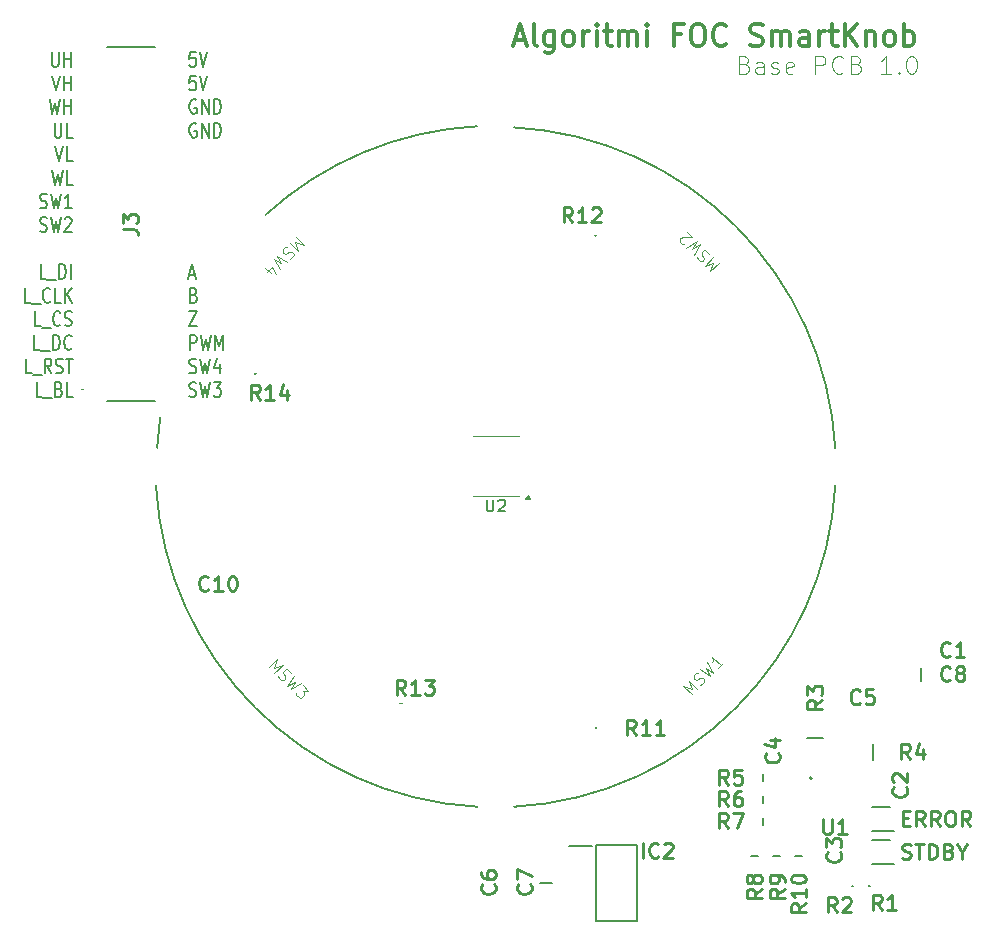
<source format=gbr>
%TF.GenerationSoftware,KiCad,Pcbnew,8.0.4*%
%TF.CreationDate,2024-09-02T15:52:59+01:00*%
%TF.ProjectId,algoritmi_foc,616c676f-7269-4746-9d69-5f666f632e6b,Andr_s Motta*%
%TF.SameCoordinates,Original*%
%TF.FileFunction,Legend,Top*%
%TF.FilePolarity,Positive*%
%FSLAX46Y46*%
G04 Gerber Fmt 4.6, Leading zero omitted, Abs format (unit mm)*
G04 Created by KiCad (PCBNEW 8.0.4) date 2024-09-02 15:52:59*
%MOMM*%
%LPD*%
G01*
G04 APERTURE LIST*
%ADD10C,0.200000*%
%ADD11C,0.300000*%
%ADD12C,0.120000*%
%ADD13C,0.254000*%
%ADD14C,0.100000*%
%ADD15C,0.150000*%
G04 APERTURE END LIST*
D10*
X98656623Y-28935758D02*
G75*
G02*
X125866110Y-56127041I-1547853J-28758382D01*
G01*
X77597203Y-36362559D02*
G75*
G02*
X95512733Y-28840584I19487097J-21317341D01*
G01*
X125867151Y-59241980D02*
G75*
G02*
X98675868Y-86451459I-28758371J1547850D01*
G01*
X68451125Y-56070692D02*
G75*
G02*
X68707203Y-53492559I28609475J-1539908D01*
G01*
X95560929Y-86452508D02*
G75*
G02*
X68351444Y-59261225I1547841J28758368D01*
G01*
X71703066Y-22561772D02*
X71226876Y-22561772D01*
X71226876Y-22561772D02*
X71179257Y-23152248D01*
X71179257Y-23152248D02*
X71226876Y-23093201D01*
X71226876Y-23093201D02*
X71322114Y-23034153D01*
X71322114Y-23034153D02*
X71560209Y-23034153D01*
X71560209Y-23034153D02*
X71655447Y-23093201D01*
X71655447Y-23093201D02*
X71703066Y-23152248D01*
X71703066Y-23152248D02*
X71750685Y-23270344D01*
X71750685Y-23270344D02*
X71750685Y-23565582D01*
X71750685Y-23565582D02*
X71703066Y-23683677D01*
X71703066Y-23683677D02*
X71655447Y-23742725D01*
X71655447Y-23742725D02*
X71560209Y-23801772D01*
X71560209Y-23801772D02*
X71322114Y-23801772D01*
X71322114Y-23801772D02*
X71226876Y-23742725D01*
X71226876Y-23742725D02*
X71179257Y-23683677D01*
X72036400Y-22561772D02*
X72369733Y-23801772D01*
X72369733Y-23801772D02*
X72703066Y-22561772D01*
X71703066Y-24558103D02*
X71226876Y-24558103D01*
X71226876Y-24558103D02*
X71179257Y-25148579D01*
X71179257Y-25148579D02*
X71226876Y-25089532D01*
X71226876Y-25089532D02*
X71322114Y-25030484D01*
X71322114Y-25030484D02*
X71560209Y-25030484D01*
X71560209Y-25030484D02*
X71655447Y-25089532D01*
X71655447Y-25089532D02*
X71703066Y-25148579D01*
X71703066Y-25148579D02*
X71750685Y-25266675D01*
X71750685Y-25266675D02*
X71750685Y-25561913D01*
X71750685Y-25561913D02*
X71703066Y-25680008D01*
X71703066Y-25680008D02*
X71655447Y-25739056D01*
X71655447Y-25739056D02*
X71560209Y-25798103D01*
X71560209Y-25798103D02*
X71322114Y-25798103D01*
X71322114Y-25798103D02*
X71226876Y-25739056D01*
X71226876Y-25739056D02*
X71179257Y-25680008D01*
X72036400Y-24558103D02*
X72369733Y-25798103D01*
X72369733Y-25798103D02*
X72703066Y-24558103D01*
X71750685Y-26613482D02*
X71655447Y-26554434D01*
X71655447Y-26554434D02*
X71512590Y-26554434D01*
X71512590Y-26554434D02*
X71369733Y-26613482D01*
X71369733Y-26613482D02*
X71274495Y-26731577D01*
X71274495Y-26731577D02*
X71226876Y-26849672D01*
X71226876Y-26849672D02*
X71179257Y-27085863D01*
X71179257Y-27085863D02*
X71179257Y-27263006D01*
X71179257Y-27263006D02*
X71226876Y-27499196D01*
X71226876Y-27499196D02*
X71274495Y-27617291D01*
X71274495Y-27617291D02*
X71369733Y-27735387D01*
X71369733Y-27735387D02*
X71512590Y-27794434D01*
X71512590Y-27794434D02*
X71607828Y-27794434D01*
X71607828Y-27794434D02*
X71750685Y-27735387D01*
X71750685Y-27735387D02*
X71798304Y-27676339D01*
X71798304Y-27676339D02*
X71798304Y-27263006D01*
X71798304Y-27263006D02*
X71607828Y-27263006D01*
X72226876Y-27794434D02*
X72226876Y-26554434D01*
X72226876Y-26554434D02*
X72798304Y-27794434D01*
X72798304Y-27794434D02*
X72798304Y-26554434D01*
X73274495Y-27794434D02*
X73274495Y-26554434D01*
X73274495Y-26554434D02*
X73512590Y-26554434D01*
X73512590Y-26554434D02*
X73655447Y-26613482D01*
X73655447Y-26613482D02*
X73750685Y-26731577D01*
X73750685Y-26731577D02*
X73798304Y-26849672D01*
X73798304Y-26849672D02*
X73845923Y-27085863D01*
X73845923Y-27085863D02*
X73845923Y-27263006D01*
X73845923Y-27263006D02*
X73798304Y-27499196D01*
X73798304Y-27499196D02*
X73750685Y-27617291D01*
X73750685Y-27617291D02*
X73655447Y-27735387D01*
X73655447Y-27735387D02*
X73512590Y-27794434D01*
X73512590Y-27794434D02*
X73274495Y-27794434D01*
X71750685Y-28609813D02*
X71655447Y-28550765D01*
X71655447Y-28550765D02*
X71512590Y-28550765D01*
X71512590Y-28550765D02*
X71369733Y-28609813D01*
X71369733Y-28609813D02*
X71274495Y-28727908D01*
X71274495Y-28727908D02*
X71226876Y-28846003D01*
X71226876Y-28846003D02*
X71179257Y-29082194D01*
X71179257Y-29082194D02*
X71179257Y-29259337D01*
X71179257Y-29259337D02*
X71226876Y-29495527D01*
X71226876Y-29495527D02*
X71274495Y-29613622D01*
X71274495Y-29613622D02*
X71369733Y-29731718D01*
X71369733Y-29731718D02*
X71512590Y-29790765D01*
X71512590Y-29790765D02*
X71607828Y-29790765D01*
X71607828Y-29790765D02*
X71750685Y-29731718D01*
X71750685Y-29731718D02*
X71798304Y-29672670D01*
X71798304Y-29672670D02*
X71798304Y-29259337D01*
X71798304Y-29259337D02*
X71607828Y-29259337D01*
X72226876Y-29790765D02*
X72226876Y-28550765D01*
X72226876Y-28550765D02*
X72798304Y-29790765D01*
X72798304Y-29790765D02*
X72798304Y-28550765D01*
X73274495Y-29790765D02*
X73274495Y-28550765D01*
X73274495Y-28550765D02*
X73512590Y-28550765D01*
X73512590Y-28550765D02*
X73655447Y-28609813D01*
X73655447Y-28609813D02*
X73750685Y-28727908D01*
X73750685Y-28727908D02*
X73798304Y-28846003D01*
X73798304Y-28846003D02*
X73845923Y-29082194D01*
X73845923Y-29082194D02*
X73845923Y-29259337D01*
X73845923Y-29259337D02*
X73798304Y-29495527D01*
X73798304Y-29495527D02*
X73750685Y-29613622D01*
X73750685Y-29613622D02*
X73655447Y-29731718D01*
X73655447Y-29731718D02*
X73512590Y-29790765D01*
X73512590Y-29790765D02*
X73274495Y-29790765D01*
X71179257Y-41414465D02*
X71655447Y-41414465D01*
X71084019Y-41768751D02*
X71417352Y-40528751D01*
X71417352Y-40528751D02*
X71750685Y-41768751D01*
X71560209Y-43115558D02*
X71703066Y-43174606D01*
X71703066Y-43174606D02*
X71750685Y-43233654D01*
X71750685Y-43233654D02*
X71798304Y-43351749D01*
X71798304Y-43351749D02*
X71798304Y-43528892D01*
X71798304Y-43528892D02*
X71750685Y-43646987D01*
X71750685Y-43646987D02*
X71703066Y-43706035D01*
X71703066Y-43706035D02*
X71607828Y-43765082D01*
X71607828Y-43765082D02*
X71226876Y-43765082D01*
X71226876Y-43765082D02*
X71226876Y-42525082D01*
X71226876Y-42525082D02*
X71560209Y-42525082D01*
X71560209Y-42525082D02*
X71655447Y-42584130D01*
X71655447Y-42584130D02*
X71703066Y-42643177D01*
X71703066Y-42643177D02*
X71750685Y-42761273D01*
X71750685Y-42761273D02*
X71750685Y-42879368D01*
X71750685Y-42879368D02*
X71703066Y-42997463D01*
X71703066Y-42997463D02*
X71655447Y-43056511D01*
X71655447Y-43056511D02*
X71560209Y-43115558D01*
X71560209Y-43115558D02*
X71226876Y-43115558D01*
X71131638Y-44521413D02*
X71798304Y-44521413D01*
X71798304Y-44521413D02*
X71131638Y-45761413D01*
X71131638Y-45761413D02*
X71798304Y-45761413D01*
X71226876Y-47757744D02*
X71226876Y-46517744D01*
X71226876Y-46517744D02*
X71607828Y-46517744D01*
X71607828Y-46517744D02*
X71703066Y-46576792D01*
X71703066Y-46576792D02*
X71750685Y-46635839D01*
X71750685Y-46635839D02*
X71798304Y-46753935D01*
X71798304Y-46753935D02*
X71798304Y-46931077D01*
X71798304Y-46931077D02*
X71750685Y-47049173D01*
X71750685Y-47049173D02*
X71703066Y-47108220D01*
X71703066Y-47108220D02*
X71607828Y-47167268D01*
X71607828Y-47167268D02*
X71226876Y-47167268D01*
X72131638Y-46517744D02*
X72369733Y-47757744D01*
X72369733Y-47757744D02*
X72560209Y-46872030D01*
X72560209Y-46872030D02*
X72750685Y-47757744D01*
X72750685Y-47757744D02*
X72988781Y-46517744D01*
X73369733Y-47757744D02*
X73369733Y-46517744D01*
X73369733Y-46517744D02*
X73703066Y-47403458D01*
X73703066Y-47403458D02*
X74036399Y-46517744D01*
X74036399Y-46517744D02*
X74036399Y-47757744D01*
X71179257Y-49695028D02*
X71322114Y-49754075D01*
X71322114Y-49754075D02*
X71560209Y-49754075D01*
X71560209Y-49754075D02*
X71655447Y-49695028D01*
X71655447Y-49695028D02*
X71703066Y-49635980D01*
X71703066Y-49635980D02*
X71750685Y-49517885D01*
X71750685Y-49517885D02*
X71750685Y-49399789D01*
X71750685Y-49399789D02*
X71703066Y-49281694D01*
X71703066Y-49281694D02*
X71655447Y-49222647D01*
X71655447Y-49222647D02*
X71560209Y-49163599D01*
X71560209Y-49163599D02*
X71369733Y-49104551D01*
X71369733Y-49104551D02*
X71274495Y-49045504D01*
X71274495Y-49045504D02*
X71226876Y-48986456D01*
X71226876Y-48986456D02*
X71179257Y-48868361D01*
X71179257Y-48868361D02*
X71179257Y-48750266D01*
X71179257Y-48750266D02*
X71226876Y-48632170D01*
X71226876Y-48632170D02*
X71274495Y-48573123D01*
X71274495Y-48573123D02*
X71369733Y-48514075D01*
X71369733Y-48514075D02*
X71607828Y-48514075D01*
X71607828Y-48514075D02*
X71750685Y-48573123D01*
X72084019Y-48514075D02*
X72322114Y-49754075D01*
X72322114Y-49754075D02*
X72512590Y-48868361D01*
X72512590Y-48868361D02*
X72703066Y-49754075D01*
X72703066Y-49754075D02*
X72941162Y-48514075D01*
X73750685Y-48927408D02*
X73750685Y-49754075D01*
X73512590Y-48455028D02*
X73274495Y-49340742D01*
X73274495Y-49340742D02*
X73893542Y-49340742D01*
X71179257Y-51691359D02*
X71322114Y-51750406D01*
X71322114Y-51750406D02*
X71560209Y-51750406D01*
X71560209Y-51750406D02*
X71655447Y-51691359D01*
X71655447Y-51691359D02*
X71703066Y-51632311D01*
X71703066Y-51632311D02*
X71750685Y-51514216D01*
X71750685Y-51514216D02*
X71750685Y-51396120D01*
X71750685Y-51396120D02*
X71703066Y-51278025D01*
X71703066Y-51278025D02*
X71655447Y-51218978D01*
X71655447Y-51218978D02*
X71560209Y-51159930D01*
X71560209Y-51159930D02*
X71369733Y-51100882D01*
X71369733Y-51100882D02*
X71274495Y-51041835D01*
X71274495Y-51041835D02*
X71226876Y-50982787D01*
X71226876Y-50982787D02*
X71179257Y-50864692D01*
X71179257Y-50864692D02*
X71179257Y-50746597D01*
X71179257Y-50746597D02*
X71226876Y-50628501D01*
X71226876Y-50628501D02*
X71274495Y-50569454D01*
X71274495Y-50569454D02*
X71369733Y-50510406D01*
X71369733Y-50510406D02*
X71607828Y-50510406D01*
X71607828Y-50510406D02*
X71750685Y-50569454D01*
X72084019Y-50510406D02*
X72322114Y-51750406D01*
X72322114Y-51750406D02*
X72512590Y-50864692D01*
X72512590Y-50864692D02*
X72703066Y-51750406D01*
X72703066Y-51750406D02*
X72941162Y-50510406D01*
X73226876Y-50510406D02*
X73845923Y-50510406D01*
X73845923Y-50510406D02*
X73512590Y-50982787D01*
X73512590Y-50982787D02*
X73655447Y-50982787D01*
X73655447Y-50982787D02*
X73750685Y-51041835D01*
X73750685Y-51041835D02*
X73798304Y-51100882D01*
X73798304Y-51100882D02*
X73845923Y-51218978D01*
X73845923Y-51218978D02*
X73845923Y-51514216D01*
X73845923Y-51514216D02*
X73798304Y-51632311D01*
X73798304Y-51632311D02*
X73750685Y-51691359D01*
X73750685Y-51691359D02*
X73655447Y-51750406D01*
X73655447Y-51750406D02*
X73369733Y-51750406D01*
X73369733Y-51750406D02*
X73274495Y-51691359D01*
X73274495Y-51691359D02*
X73226876Y-51632311D01*
X59538482Y-22561772D02*
X59538482Y-23565582D01*
X59538482Y-23565582D02*
X59586101Y-23683677D01*
X59586101Y-23683677D02*
X59633720Y-23742725D01*
X59633720Y-23742725D02*
X59728958Y-23801772D01*
X59728958Y-23801772D02*
X59919434Y-23801772D01*
X59919434Y-23801772D02*
X60014672Y-23742725D01*
X60014672Y-23742725D02*
X60062291Y-23683677D01*
X60062291Y-23683677D02*
X60109910Y-23565582D01*
X60109910Y-23565582D02*
X60109910Y-22561772D01*
X60586101Y-23801772D02*
X60586101Y-22561772D01*
X60586101Y-23152248D02*
X61157529Y-23152248D01*
X61157529Y-23801772D02*
X61157529Y-22561772D01*
X59586101Y-24558103D02*
X59919434Y-25798103D01*
X59919434Y-25798103D02*
X60252767Y-24558103D01*
X60586101Y-25798103D02*
X60586101Y-24558103D01*
X60586101Y-25148579D02*
X61157529Y-25148579D01*
X61157529Y-25798103D02*
X61157529Y-24558103D01*
X59348006Y-26554434D02*
X59586101Y-27794434D01*
X59586101Y-27794434D02*
X59776577Y-26908720D01*
X59776577Y-26908720D02*
X59967053Y-27794434D01*
X59967053Y-27794434D02*
X60205149Y-26554434D01*
X60586101Y-27794434D02*
X60586101Y-26554434D01*
X60586101Y-27144910D02*
X61157529Y-27144910D01*
X61157529Y-27794434D02*
X61157529Y-26554434D01*
X59776577Y-28550765D02*
X59776577Y-29554575D01*
X59776577Y-29554575D02*
X59824196Y-29672670D01*
X59824196Y-29672670D02*
X59871815Y-29731718D01*
X59871815Y-29731718D02*
X59967053Y-29790765D01*
X59967053Y-29790765D02*
X60157529Y-29790765D01*
X60157529Y-29790765D02*
X60252767Y-29731718D01*
X60252767Y-29731718D02*
X60300386Y-29672670D01*
X60300386Y-29672670D02*
X60348005Y-29554575D01*
X60348005Y-29554575D02*
X60348005Y-28550765D01*
X61300386Y-29790765D02*
X60824196Y-29790765D01*
X60824196Y-29790765D02*
X60824196Y-28550765D01*
X59824196Y-30547096D02*
X60157529Y-31787096D01*
X60157529Y-31787096D02*
X60490862Y-30547096D01*
X61300386Y-31787096D02*
X60824196Y-31787096D01*
X60824196Y-31787096D02*
X60824196Y-30547096D01*
X59586101Y-32543427D02*
X59824196Y-33783427D01*
X59824196Y-33783427D02*
X60014672Y-32897713D01*
X60014672Y-32897713D02*
X60205148Y-33783427D01*
X60205148Y-33783427D02*
X60443244Y-32543427D01*
X61300386Y-33783427D02*
X60824196Y-33783427D01*
X60824196Y-33783427D02*
X60824196Y-32543427D01*
X58538482Y-35720711D02*
X58681339Y-35779758D01*
X58681339Y-35779758D02*
X58919434Y-35779758D01*
X58919434Y-35779758D02*
X59014672Y-35720711D01*
X59014672Y-35720711D02*
X59062291Y-35661663D01*
X59062291Y-35661663D02*
X59109910Y-35543568D01*
X59109910Y-35543568D02*
X59109910Y-35425472D01*
X59109910Y-35425472D02*
X59062291Y-35307377D01*
X59062291Y-35307377D02*
X59014672Y-35248330D01*
X59014672Y-35248330D02*
X58919434Y-35189282D01*
X58919434Y-35189282D02*
X58728958Y-35130234D01*
X58728958Y-35130234D02*
X58633720Y-35071187D01*
X58633720Y-35071187D02*
X58586101Y-35012139D01*
X58586101Y-35012139D02*
X58538482Y-34894044D01*
X58538482Y-34894044D02*
X58538482Y-34775949D01*
X58538482Y-34775949D02*
X58586101Y-34657853D01*
X58586101Y-34657853D02*
X58633720Y-34598806D01*
X58633720Y-34598806D02*
X58728958Y-34539758D01*
X58728958Y-34539758D02*
X58967053Y-34539758D01*
X58967053Y-34539758D02*
X59109910Y-34598806D01*
X59443244Y-34539758D02*
X59681339Y-35779758D01*
X59681339Y-35779758D02*
X59871815Y-34894044D01*
X59871815Y-34894044D02*
X60062291Y-35779758D01*
X60062291Y-35779758D02*
X60300387Y-34539758D01*
X61205148Y-35779758D02*
X60633720Y-35779758D01*
X60919434Y-35779758D02*
X60919434Y-34539758D01*
X60919434Y-34539758D02*
X60824196Y-34716901D01*
X60824196Y-34716901D02*
X60728958Y-34834996D01*
X60728958Y-34834996D02*
X60633720Y-34894044D01*
X58538482Y-37717042D02*
X58681339Y-37776089D01*
X58681339Y-37776089D02*
X58919434Y-37776089D01*
X58919434Y-37776089D02*
X59014672Y-37717042D01*
X59014672Y-37717042D02*
X59062291Y-37657994D01*
X59062291Y-37657994D02*
X59109910Y-37539899D01*
X59109910Y-37539899D02*
X59109910Y-37421803D01*
X59109910Y-37421803D02*
X59062291Y-37303708D01*
X59062291Y-37303708D02*
X59014672Y-37244661D01*
X59014672Y-37244661D02*
X58919434Y-37185613D01*
X58919434Y-37185613D02*
X58728958Y-37126565D01*
X58728958Y-37126565D02*
X58633720Y-37067518D01*
X58633720Y-37067518D02*
X58586101Y-37008470D01*
X58586101Y-37008470D02*
X58538482Y-36890375D01*
X58538482Y-36890375D02*
X58538482Y-36772280D01*
X58538482Y-36772280D02*
X58586101Y-36654184D01*
X58586101Y-36654184D02*
X58633720Y-36595137D01*
X58633720Y-36595137D02*
X58728958Y-36536089D01*
X58728958Y-36536089D02*
X58967053Y-36536089D01*
X58967053Y-36536089D02*
X59109910Y-36595137D01*
X59443244Y-36536089D02*
X59681339Y-37776089D01*
X59681339Y-37776089D02*
X59871815Y-36890375D01*
X59871815Y-36890375D02*
X60062291Y-37776089D01*
X60062291Y-37776089D02*
X60300387Y-36536089D01*
X60633720Y-36654184D02*
X60681339Y-36595137D01*
X60681339Y-36595137D02*
X60776577Y-36536089D01*
X60776577Y-36536089D02*
X61014672Y-36536089D01*
X61014672Y-36536089D02*
X61109910Y-36595137D01*
X61109910Y-36595137D02*
X61157529Y-36654184D01*
X61157529Y-36654184D02*
X61205148Y-36772280D01*
X61205148Y-36772280D02*
X61205148Y-36890375D01*
X61205148Y-36890375D02*
X61157529Y-37067518D01*
X61157529Y-37067518D02*
X60586101Y-37776089D01*
X60586101Y-37776089D02*
X61205148Y-37776089D01*
X59062291Y-41768751D02*
X58586101Y-41768751D01*
X58586101Y-41768751D02*
X58586101Y-40528751D01*
X59157530Y-41886846D02*
X59919434Y-41886846D01*
X60157530Y-41768751D02*
X60157530Y-40528751D01*
X60157530Y-40528751D02*
X60395625Y-40528751D01*
X60395625Y-40528751D02*
X60538482Y-40587799D01*
X60538482Y-40587799D02*
X60633720Y-40705894D01*
X60633720Y-40705894D02*
X60681339Y-40823989D01*
X60681339Y-40823989D02*
X60728958Y-41060180D01*
X60728958Y-41060180D02*
X60728958Y-41237323D01*
X60728958Y-41237323D02*
X60681339Y-41473513D01*
X60681339Y-41473513D02*
X60633720Y-41591608D01*
X60633720Y-41591608D02*
X60538482Y-41709704D01*
X60538482Y-41709704D02*
X60395625Y-41768751D01*
X60395625Y-41768751D02*
X60157530Y-41768751D01*
X61157530Y-41768751D02*
X61157530Y-40528751D01*
X57728957Y-43765082D02*
X57252767Y-43765082D01*
X57252767Y-43765082D02*
X57252767Y-42525082D01*
X57824196Y-43883177D02*
X58586100Y-43883177D01*
X59395624Y-43646987D02*
X59348005Y-43706035D01*
X59348005Y-43706035D02*
X59205148Y-43765082D01*
X59205148Y-43765082D02*
X59109910Y-43765082D01*
X59109910Y-43765082D02*
X58967053Y-43706035D01*
X58967053Y-43706035D02*
X58871815Y-43587939D01*
X58871815Y-43587939D02*
X58824196Y-43469844D01*
X58824196Y-43469844D02*
X58776577Y-43233654D01*
X58776577Y-43233654D02*
X58776577Y-43056511D01*
X58776577Y-43056511D02*
X58824196Y-42820320D01*
X58824196Y-42820320D02*
X58871815Y-42702225D01*
X58871815Y-42702225D02*
X58967053Y-42584130D01*
X58967053Y-42584130D02*
X59109910Y-42525082D01*
X59109910Y-42525082D02*
X59205148Y-42525082D01*
X59205148Y-42525082D02*
X59348005Y-42584130D01*
X59348005Y-42584130D02*
X59395624Y-42643177D01*
X60300386Y-43765082D02*
X59824196Y-43765082D01*
X59824196Y-43765082D02*
X59824196Y-42525082D01*
X60633720Y-43765082D02*
X60633720Y-42525082D01*
X61205148Y-43765082D02*
X60776577Y-43056511D01*
X61205148Y-42525082D02*
X60633720Y-43233654D01*
X58586100Y-45761413D02*
X58109910Y-45761413D01*
X58109910Y-45761413D02*
X58109910Y-44521413D01*
X58681339Y-45879508D02*
X59443243Y-45879508D01*
X60252767Y-45643318D02*
X60205148Y-45702366D01*
X60205148Y-45702366D02*
X60062291Y-45761413D01*
X60062291Y-45761413D02*
X59967053Y-45761413D01*
X59967053Y-45761413D02*
X59824196Y-45702366D01*
X59824196Y-45702366D02*
X59728958Y-45584270D01*
X59728958Y-45584270D02*
X59681339Y-45466175D01*
X59681339Y-45466175D02*
X59633720Y-45229985D01*
X59633720Y-45229985D02*
X59633720Y-45052842D01*
X59633720Y-45052842D02*
X59681339Y-44816651D01*
X59681339Y-44816651D02*
X59728958Y-44698556D01*
X59728958Y-44698556D02*
X59824196Y-44580461D01*
X59824196Y-44580461D02*
X59967053Y-44521413D01*
X59967053Y-44521413D02*
X60062291Y-44521413D01*
X60062291Y-44521413D02*
X60205148Y-44580461D01*
X60205148Y-44580461D02*
X60252767Y-44639508D01*
X60633720Y-45702366D02*
X60776577Y-45761413D01*
X60776577Y-45761413D02*
X61014672Y-45761413D01*
X61014672Y-45761413D02*
X61109910Y-45702366D01*
X61109910Y-45702366D02*
X61157529Y-45643318D01*
X61157529Y-45643318D02*
X61205148Y-45525223D01*
X61205148Y-45525223D02*
X61205148Y-45407127D01*
X61205148Y-45407127D02*
X61157529Y-45289032D01*
X61157529Y-45289032D02*
X61109910Y-45229985D01*
X61109910Y-45229985D02*
X61014672Y-45170937D01*
X61014672Y-45170937D02*
X60824196Y-45111889D01*
X60824196Y-45111889D02*
X60728958Y-45052842D01*
X60728958Y-45052842D02*
X60681339Y-44993794D01*
X60681339Y-44993794D02*
X60633720Y-44875699D01*
X60633720Y-44875699D02*
X60633720Y-44757604D01*
X60633720Y-44757604D02*
X60681339Y-44639508D01*
X60681339Y-44639508D02*
X60728958Y-44580461D01*
X60728958Y-44580461D02*
X60824196Y-44521413D01*
X60824196Y-44521413D02*
X61062291Y-44521413D01*
X61062291Y-44521413D02*
X61205148Y-44580461D01*
X58538481Y-47757744D02*
X58062291Y-47757744D01*
X58062291Y-47757744D02*
X58062291Y-46517744D01*
X58633720Y-47875839D02*
X59395624Y-47875839D01*
X59633720Y-47757744D02*
X59633720Y-46517744D01*
X59633720Y-46517744D02*
X59871815Y-46517744D01*
X59871815Y-46517744D02*
X60014672Y-46576792D01*
X60014672Y-46576792D02*
X60109910Y-46694887D01*
X60109910Y-46694887D02*
X60157529Y-46812982D01*
X60157529Y-46812982D02*
X60205148Y-47049173D01*
X60205148Y-47049173D02*
X60205148Y-47226316D01*
X60205148Y-47226316D02*
X60157529Y-47462506D01*
X60157529Y-47462506D02*
X60109910Y-47580601D01*
X60109910Y-47580601D02*
X60014672Y-47698697D01*
X60014672Y-47698697D02*
X59871815Y-47757744D01*
X59871815Y-47757744D02*
X59633720Y-47757744D01*
X61205148Y-47639649D02*
X61157529Y-47698697D01*
X61157529Y-47698697D02*
X61014672Y-47757744D01*
X61014672Y-47757744D02*
X60919434Y-47757744D01*
X60919434Y-47757744D02*
X60776577Y-47698697D01*
X60776577Y-47698697D02*
X60681339Y-47580601D01*
X60681339Y-47580601D02*
X60633720Y-47462506D01*
X60633720Y-47462506D02*
X60586101Y-47226316D01*
X60586101Y-47226316D02*
X60586101Y-47049173D01*
X60586101Y-47049173D02*
X60633720Y-46812982D01*
X60633720Y-46812982D02*
X60681339Y-46694887D01*
X60681339Y-46694887D02*
X60776577Y-46576792D01*
X60776577Y-46576792D02*
X60919434Y-46517744D01*
X60919434Y-46517744D02*
X61014672Y-46517744D01*
X61014672Y-46517744D02*
X61157529Y-46576792D01*
X61157529Y-46576792D02*
X61205148Y-46635839D01*
X57824195Y-49754075D02*
X57348005Y-49754075D01*
X57348005Y-49754075D02*
X57348005Y-48514075D01*
X57919434Y-49872170D02*
X58681338Y-49872170D01*
X59490862Y-49754075D02*
X59157529Y-49163599D01*
X58919434Y-49754075D02*
X58919434Y-48514075D01*
X58919434Y-48514075D02*
X59300386Y-48514075D01*
X59300386Y-48514075D02*
X59395624Y-48573123D01*
X59395624Y-48573123D02*
X59443243Y-48632170D01*
X59443243Y-48632170D02*
X59490862Y-48750266D01*
X59490862Y-48750266D02*
X59490862Y-48927408D01*
X59490862Y-48927408D02*
X59443243Y-49045504D01*
X59443243Y-49045504D02*
X59395624Y-49104551D01*
X59395624Y-49104551D02*
X59300386Y-49163599D01*
X59300386Y-49163599D02*
X58919434Y-49163599D01*
X59871815Y-49695028D02*
X60014672Y-49754075D01*
X60014672Y-49754075D02*
X60252767Y-49754075D01*
X60252767Y-49754075D02*
X60348005Y-49695028D01*
X60348005Y-49695028D02*
X60395624Y-49635980D01*
X60395624Y-49635980D02*
X60443243Y-49517885D01*
X60443243Y-49517885D02*
X60443243Y-49399789D01*
X60443243Y-49399789D02*
X60395624Y-49281694D01*
X60395624Y-49281694D02*
X60348005Y-49222647D01*
X60348005Y-49222647D02*
X60252767Y-49163599D01*
X60252767Y-49163599D02*
X60062291Y-49104551D01*
X60062291Y-49104551D02*
X59967053Y-49045504D01*
X59967053Y-49045504D02*
X59919434Y-48986456D01*
X59919434Y-48986456D02*
X59871815Y-48868361D01*
X59871815Y-48868361D02*
X59871815Y-48750266D01*
X59871815Y-48750266D02*
X59919434Y-48632170D01*
X59919434Y-48632170D02*
X59967053Y-48573123D01*
X59967053Y-48573123D02*
X60062291Y-48514075D01*
X60062291Y-48514075D02*
X60300386Y-48514075D01*
X60300386Y-48514075D02*
X60443243Y-48573123D01*
X60728958Y-48514075D02*
X61300386Y-48514075D01*
X61014672Y-49754075D02*
X61014672Y-48514075D01*
X58728957Y-51750406D02*
X58252767Y-51750406D01*
X58252767Y-51750406D02*
X58252767Y-50510406D01*
X58824196Y-51868501D02*
X59586100Y-51868501D01*
X60157529Y-51100882D02*
X60300386Y-51159930D01*
X60300386Y-51159930D02*
X60348005Y-51218978D01*
X60348005Y-51218978D02*
X60395624Y-51337073D01*
X60395624Y-51337073D02*
X60395624Y-51514216D01*
X60395624Y-51514216D02*
X60348005Y-51632311D01*
X60348005Y-51632311D02*
X60300386Y-51691359D01*
X60300386Y-51691359D02*
X60205148Y-51750406D01*
X60205148Y-51750406D02*
X59824196Y-51750406D01*
X59824196Y-51750406D02*
X59824196Y-50510406D01*
X59824196Y-50510406D02*
X60157529Y-50510406D01*
X60157529Y-50510406D02*
X60252767Y-50569454D01*
X60252767Y-50569454D02*
X60300386Y-50628501D01*
X60300386Y-50628501D02*
X60348005Y-50746597D01*
X60348005Y-50746597D02*
X60348005Y-50864692D01*
X60348005Y-50864692D02*
X60300386Y-50982787D01*
X60300386Y-50982787D02*
X60252767Y-51041835D01*
X60252767Y-51041835D02*
X60157529Y-51100882D01*
X60157529Y-51100882D02*
X59824196Y-51100882D01*
X61300386Y-51750406D02*
X60824196Y-51750406D01*
X60824196Y-51750406D02*
X60824196Y-50510406D01*
D11*
X98711410Y-21496961D02*
X99568553Y-21496961D01*
X98539981Y-22011247D02*
X99139981Y-20211247D01*
X99139981Y-20211247D02*
X99739981Y-22011247D01*
X100597124Y-22011247D02*
X100425695Y-21925533D01*
X100425695Y-21925533D02*
X100339981Y-21754104D01*
X100339981Y-21754104D02*
X100339981Y-20211247D01*
X102054267Y-20811247D02*
X102054267Y-22268390D01*
X102054267Y-22268390D02*
X101968552Y-22439818D01*
X101968552Y-22439818D02*
X101882838Y-22525533D01*
X101882838Y-22525533D02*
X101711409Y-22611247D01*
X101711409Y-22611247D02*
X101454267Y-22611247D01*
X101454267Y-22611247D02*
X101282838Y-22525533D01*
X102054267Y-21925533D02*
X101882838Y-22011247D01*
X101882838Y-22011247D02*
X101539981Y-22011247D01*
X101539981Y-22011247D02*
X101368552Y-21925533D01*
X101368552Y-21925533D02*
X101282838Y-21839818D01*
X101282838Y-21839818D02*
X101197124Y-21668390D01*
X101197124Y-21668390D02*
X101197124Y-21154104D01*
X101197124Y-21154104D02*
X101282838Y-20982675D01*
X101282838Y-20982675D02*
X101368552Y-20896961D01*
X101368552Y-20896961D02*
X101539981Y-20811247D01*
X101539981Y-20811247D02*
X101882838Y-20811247D01*
X101882838Y-20811247D02*
X102054267Y-20896961D01*
X103168552Y-22011247D02*
X102997123Y-21925533D01*
X102997123Y-21925533D02*
X102911409Y-21839818D01*
X102911409Y-21839818D02*
X102825695Y-21668390D01*
X102825695Y-21668390D02*
X102825695Y-21154104D01*
X102825695Y-21154104D02*
X102911409Y-20982675D01*
X102911409Y-20982675D02*
X102997123Y-20896961D01*
X102997123Y-20896961D02*
X103168552Y-20811247D01*
X103168552Y-20811247D02*
X103425695Y-20811247D01*
X103425695Y-20811247D02*
X103597123Y-20896961D01*
X103597123Y-20896961D02*
X103682838Y-20982675D01*
X103682838Y-20982675D02*
X103768552Y-21154104D01*
X103768552Y-21154104D02*
X103768552Y-21668390D01*
X103768552Y-21668390D02*
X103682838Y-21839818D01*
X103682838Y-21839818D02*
X103597123Y-21925533D01*
X103597123Y-21925533D02*
X103425695Y-22011247D01*
X103425695Y-22011247D02*
X103168552Y-22011247D01*
X104539980Y-22011247D02*
X104539980Y-20811247D01*
X104539980Y-21154104D02*
X104625694Y-20982675D01*
X104625694Y-20982675D02*
X104711409Y-20896961D01*
X104711409Y-20896961D02*
X104882837Y-20811247D01*
X104882837Y-20811247D02*
X105054266Y-20811247D01*
X105654266Y-22011247D02*
X105654266Y-20811247D01*
X105654266Y-20211247D02*
X105568552Y-20296961D01*
X105568552Y-20296961D02*
X105654266Y-20382675D01*
X105654266Y-20382675D02*
X105739980Y-20296961D01*
X105739980Y-20296961D02*
X105654266Y-20211247D01*
X105654266Y-20211247D02*
X105654266Y-20382675D01*
X106254266Y-20811247D02*
X106939980Y-20811247D01*
X106511409Y-20211247D02*
X106511409Y-21754104D01*
X106511409Y-21754104D02*
X106597123Y-21925533D01*
X106597123Y-21925533D02*
X106768552Y-22011247D01*
X106768552Y-22011247D02*
X106939980Y-22011247D01*
X107539980Y-22011247D02*
X107539980Y-20811247D01*
X107539980Y-20982675D02*
X107625694Y-20896961D01*
X107625694Y-20896961D02*
X107797123Y-20811247D01*
X107797123Y-20811247D02*
X108054266Y-20811247D01*
X108054266Y-20811247D02*
X108225694Y-20896961D01*
X108225694Y-20896961D02*
X108311409Y-21068390D01*
X108311409Y-21068390D02*
X108311409Y-22011247D01*
X108311409Y-21068390D02*
X108397123Y-20896961D01*
X108397123Y-20896961D02*
X108568551Y-20811247D01*
X108568551Y-20811247D02*
X108825694Y-20811247D01*
X108825694Y-20811247D02*
X108997123Y-20896961D01*
X108997123Y-20896961D02*
X109082837Y-21068390D01*
X109082837Y-21068390D02*
X109082837Y-22011247D01*
X109939980Y-22011247D02*
X109939980Y-20811247D01*
X109939980Y-20211247D02*
X109854266Y-20296961D01*
X109854266Y-20296961D02*
X109939980Y-20382675D01*
X109939980Y-20382675D02*
X110025694Y-20296961D01*
X110025694Y-20296961D02*
X109939980Y-20211247D01*
X109939980Y-20211247D02*
X109939980Y-20382675D01*
X112768552Y-21068390D02*
X112168552Y-21068390D01*
X112168552Y-22011247D02*
X112168552Y-20211247D01*
X112168552Y-20211247D02*
X113025695Y-20211247D01*
X114054266Y-20211247D02*
X114397123Y-20211247D01*
X114397123Y-20211247D02*
X114568552Y-20296961D01*
X114568552Y-20296961D02*
X114739980Y-20468390D01*
X114739980Y-20468390D02*
X114825695Y-20811247D01*
X114825695Y-20811247D02*
X114825695Y-21411247D01*
X114825695Y-21411247D02*
X114739980Y-21754104D01*
X114739980Y-21754104D02*
X114568552Y-21925533D01*
X114568552Y-21925533D02*
X114397123Y-22011247D01*
X114397123Y-22011247D02*
X114054266Y-22011247D01*
X114054266Y-22011247D02*
X113882838Y-21925533D01*
X113882838Y-21925533D02*
X113711409Y-21754104D01*
X113711409Y-21754104D02*
X113625695Y-21411247D01*
X113625695Y-21411247D02*
X113625695Y-20811247D01*
X113625695Y-20811247D02*
X113711409Y-20468390D01*
X113711409Y-20468390D02*
X113882838Y-20296961D01*
X113882838Y-20296961D02*
X114054266Y-20211247D01*
X116625694Y-21839818D02*
X116539980Y-21925533D01*
X116539980Y-21925533D02*
X116282837Y-22011247D01*
X116282837Y-22011247D02*
X116111409Y-22011247D01*
X116111409Y-22011247D02*
X115854266Y-21925533D01*
X115854266Y-21925533D02*
X115682837Y-21754104D01*
X115682837Y-21754104D02*
X115597123Y-21582675D01*
X115597123Y-21582675D02*
X115511409Y-21239818D01*
X115511409Y-21239818D02*
X115511409Y-20982675D01*
X115511409Y-20982675D02*
X115597123Y-20639818D01*
X115597123Y-20639818D02*
X115682837Y-20468390D01*
X115682837Y-20468390D02*
X115854266Y-20296961D01*
X115854266Y-20296961D02*
X116111409Y-20211247D01*
X116111409Y-20211247D02*
X116282837Y-20211247D01*
X116282837Y-20211247D02*
X116539980Y-20296961D01*
X116539980Y-20296961D02*
X116625694Y-20382675D01*
X118682838Y-21925533D02*
X118939981Y-22011247D01*
X118939981Y-22011247D02*
X119368552Y-22011247D01*
X119368552Y-22011247D02*
X119539981Y-21925533D01*
X119539981Y-21925533D02*
X119625695Y-21839818D01*
X119625695Y-21839818D02*
X119711409Y-21668390D01*
X119711409Y-21668390D02*
X119711409Y-21496961D01*
X119711409Y-21496961D02*
X119625695Y-21325533D01*
X119625695Y-21325533D02*
X119539981Y-21239818D01*
X119539981Y-21239818D02*
X119368552Y-21154104D01*
X119368552Y-21154104D02*
X119025695Y-21068390D01*
X119025695Y-21068390D02*
X118854266Y-20982675D01*
X118854266Y-20982675D02*
X118768552Y-20896961D01*
X118768552Y-20896961D02*
X118682838Y-20725533D01*
X118682838Y-20725533D02*
X118682838Y-20554104D01*
X118682838Y-20554104D02*
X118768552Y-20382675D01*
X118768552Y-20382675D02*
X118854266Y-20296961D01*
X118854266Y-20296961D02*
X119025695Y-20211247D01*
X119025695Y-20211247D02*
X119454266Y-20211247D01*
X119454266Y-20211247D02*
X119711409Y-20296961D01*
X120482838Y-22011247D02*
X120482838Y-20811247D01*
X120482838Y-20982675D02*
X120568552Y-20896961D01*
X120568552Y-20896961D02*
X120739981Y-20811247D01*
X120739981Y-20811247D02*
X120997124Y-20811247D01*
X120997124Y-20811247D02*
X121168552Y-20896961D01*
X121168552Y-20896961D02*
X121254267Y-21068390D01*
X121254267Y-21068390D02*
X121254267Y-22011247D01*
X121254267Y-21068390D02*
X121339981Y-20896961D01*
X121339981Y-20896961D02*
X121511409Y-20811247D01*
X121511409Y-20811247D02*
X121768552Y-20811247D01*
X121768552Y-20811247D02*
X121939981Y-20896961D01*
X121939981Y-20896961D02*
X122025695Y-21068390D01*
X122025695Y-21068390D02*
X122025695Y-22011247D01*
X123654267Y-22011247D02*
X123654267Y-21068390D01*
X123654267Y-21068390D02*
X123568552Y-20896961D01*
X123568552Y-20896961D02*
X123397124Y-20811247D01*
X123397124Y-20811247D02*
X123054267Y-20811247D01*
X123054267Y-20811247D02*
X122882838Y-20896961D01*
X123654267Y-21925533D02*
X123482838Y-22011247D01*
X123482838Y-22011247D02*
X123054267Y-22011247D01*
X123054267Y-22011247D02*
X122882838Y-21925533D01*
X122882838Y-21925533D02*
X122797124Y-21754104D01*
X122797124Y-21754104D02*
X122797124Y-21582675D01*
X122797124Y-21582675D02*
X122882838Y-21411247D01*
X122882838Y-21411247D02*
X123054267Y-21325533D01*
X123054267Y-21325533D02*
X123482838Y-21325533D01*
X123482838Y-21325533D02*
X123654267Y-21239818D01*
X124511409Y-22011247D02*
X124511409Y-20811247D01*
X124511409Y-21154104D02*
X124597123Y-20982675D01*
X124597123Y-20982675D02*
X124682838Y-20896961D01*
X124682838Y-20896961D02*
X124854266Y-20811247D01*
X124854266Y-20811247D02*
X125025695Y-20811247D01*
X125368552Y-20811247D02*
X126054266Y-20811247D01*
X125625695Y-20211247D02*
X125625695Y-21754104D01*
X125625695Y-21754104D02*
X125711409Y-21925533D01*
X125711409Y-21925533D02*
X125882838Y-22011247D01*
X125882838Y-22011247D02*
X126054266Y-22011247D01*
X126654266Y-22011247D02*
X126654266Y-20211247D01*
X127682837Y-22011247D02*
X126911409Y-20982675D01*
X127682837Y-20211247D02*
X126654266Y-21239818D01*
X128454266Y-20811247D02*
X128454266Y-22011247D01*
X128454266Y-20982675D02*
X128539980Y-20896961D01*
X128539980Y-20896961D02*
X128711409Y-20811247D01*
X128711409Y-20811247D02*
X128968552Y-20811247D01*
X128968552Y-20811247D02*
X129139980Y-20896961D01*
X129139980Y-20896961D02*
X129225695Y-21068390D01*
X129225695Y-21068390D02*
X129225695Y-22011247D01*
X130339980Y-22011247D02*
X130168551Y-21925533D01*
X130168551Y-21925533D02*
X130082837Y-21839818D01*
X130082837Y-21839818D02*
X129997123Y-21668390D01*
X129997123Y-21668390D02*
X129997123Y-21154104D01*
X129997123Y-21154104D02*
X130082837Y-20982675D01*
X130082837Y-20982675D02*
X130168551Y-20896961D01*
X130168551Y-20896961D02*
X130339980Y-20811247D01*
X130339980Y-20811247D02*
X130597123Y-20811247D01*
X130597123Y-20811247D02*
X130768551Y-20896961D01*
X130768551Y-20896961D02*
X130854266Y-20982675D01*
X130854266Y-20982675D02*
X130939980Y-21154104D01*
X130939980Y-21154104D02*
X130939980Y-21668390D01*
X130939980Y-21668390D02*
X130854266Y-21839818D01*
X130854266Y-21839818D02*
X130768551Y-21925533D01*
X130768551Y-21925533D02*
X130597123Y-22011247D01*
X130597123Y-22011247D02*
X130339980Y-22011247D01*
X131711408Y-22011247D02*
X131711408Y-20211247D01*
X131711408Y-20896961D02*
X131882837Y-20811247D01*
X131882837Y-20811247D02*
X132225694Y-20811247D01*
X132225694Y-20811247D02*
X132397122Y-20896961D01*
X132397122Y-20896961D02*
X132482837Y-20982675D01*
X132482837Y-20982675D02*
X132568551Y-21154104D01*
X132568551Y-21154104D02*
X132568551Y-21668390D01*
X132568551Y-21668390D02*
X132482837Y-21839818D01*
X132482837Y-21839818D02*
X132397122Y-21925533D01*
X132397122Y-21925533D02*
X132225694Y-22011247D01*
X132225694Y-22011247D02*
X131882837Y-22011247D01*
X131882837Y-22011247D02*
X131711408Y-21925533D01*
D12*
X118172686Y-23596107D02*
X118386972Y-23667535D01*
X118386972Y-23667535D02*
X118458401Y-23738964D01*
X118458401Y-23738964D02*
X118529829Y-23881821D01*
X118529829Y-23881821D02*
X118529829Y-24096107D01*
X118529829Y-24096107D02*
X118458401Y-24238964D01*
X118458401Y-24238964D02*
X118386972Y-24310393D01*
X118386972Y-24310393D02*
X118244115Y-24381821D01*
X118244115Y-24381821D02*
X117672686Y-24381821D01*
X117672686Y-24381821D02*
X117672686Y-22881821D01*
X117672686Y-22881821D02*
X118172686Y-22881821D01*
X118172686Y-22881821D02*
X118315544Y-22953250D01*
X118315544Y-22953250D02*
X118386972Y-23024678D01*
X118386972Y-23024678D02*
X118458401Y-23167535D01*
X118458401Y-23167535D02*
X118458401Y-23310393D01*
X118458401Y-23310393D02*
X118386972Y-23453250D01*
X118386972Y-23453250D02*
X118315544Y-23524678D01*
X118315544Y-23524678D02*
X118172686Y-23596107D01*
X118172686Y-23596107D02*
X117672686Y-23596107D01*
X119815544Y-24381821D02*
X119815544Y-23596107D01*
X119815544Y-23596107D02*
X119744115Y-23453250D01*
X119744115Y-23453250D02*
X119601258Y-23381821D01*
X119601258Y-23381821D02*
X119315544Y-23381821D01*
X119315544Y-23381821D02*
X119172686Y-23453250D01*
X119815544Y-24310393D02*
X119672686Y-24381821D01*
X119672686Y-24381821D02*
X119315544Y-24381821D01*
X119315544Y-24381821D02*
X119172686Y-24310393D01*
X119172686Y-24310393D02*
X119101258Y-24167535D01*
X119101258Y-24167535D02*
X119101258Y-24024678D01*
X119101258Y-24024678D02*
X119172686Y-23881821D01*
X119172686Y-23881821D02*
X119315544Y-23810393D01*
X119315544Y-23810393D02*
X119672686Y-23810393D01*
X119672686Y-23810393D02*
X119815544Y-23738964D01*
X120458401Y-24310393D02*
X120601258Y-24381821D01*
X120601258Y-24381821D02*
X120886972Y-24381821D01*
X120886972Y-24381821D02*
X121029829Y-24310393D01*
X121029829Y-24310393D02*
X121101258Y-24167535D01*
X121101258Y-24167535D02*
X121101258Y-24096107D01*
X121101258Y-24096107D02*
X121029829Y-23953250D01*
X121029829Y-23953250D02*
X120886972Y-23881821D01*
X120886972Y-23881821D02*
X120672687Y-23881821D01*
X120672687Y-23881821D02*
X120529829Y-23810393D01*
X120529829Y-23810393D02*
X120458401Y-23667535D01*
X120458401Y-23667535D02*
X120458401Y-23596107D01*
X120458401Y-23596107D02*
X120529829Y-23453250D01*
X120529829Y-23453250D02*
X120672687Y-23381821D01*
X120672687Y-23381821D02*
X120886972Y-23381821D01*
X120886972Y-23381821D02*
X121029829Y-23453250D01*
X122315544Y-24310393D02*
X122172687Y-24381821D01*
X122172687Y-24381821D02*
X121886973Y-24381821D01*
X121886973Y-24381821D02*
X121744115Y-24310393D01*
X121744115Y-24310393D02*
X121672687Y-24167535D01*
X121672687Y-24167535D02*
X121672687Y-23596107D01*
X121672687Y-23596107D02*
X121744115Y-23453250D01*
X121744115Y-23453250D02*
X121886973Y-23381821D01*
X121886973Y-23381821D02*
X122172687Y-23381821D01*
X122172687Y-23381821D02*
X122315544Y-23453250D01*
X122315544Y-23453250D02*
X122386973Y-23596107D01*
X122386973Y-23596107D02*
X122386973Y-23738964D01*
X122386973Y-23738964D02*
X121672687Y-23881821D01*
X124172686Y-24381821D02*
X124172686Y-22881821D01*
X124172686Y-22881821D02*
X124744115Y-22881821D01*
X124744115Y-22881821D02*
X124886972Y-22953250D01*
X124886972Y-22953250D02*
X124958401Y-23024678D01*
X124958401Y-23024678D02*
X125029829Y-23167535D01*
X125029829Y-23167535D02*
X125029829Y-23381821D01*
X125029829Y-23381821D02*
X124958401Y-23524678D01*
X124958401Y-23524678D02*
X124886972Y-23596107D01*
X124886972Y-23596107D02*
X124744115Y-23667535D01*
X124744115Y-23667535D02*
X124172686Y-23667535D01*
X126529829Y-24238964D02*
X126458401Y-24310393D01*
X126458401Y-24310393D02*
X126244115Y-24381821D01*
X126244115Y-24381821D02*
X126101258Y-24381821D01*
X126101258Y-24381821D02*
X125886972Y-24310393D01*
X125886972Y-24310393D02*
X125744115Y-24167535D01*
X125744115Y-24167535D02*
X125672686Y-24024678D01*
X125672686Y-24024678D02*
X125601258Y-23738964D01*
X125601258Y-23738964D02*
X125601258Y-23524678D01*
X125601258Y-23524678D02*
X125672686Y-23238964D01*
X125672686Y-23238964D02*
X125744115Y-23096107D01*
X125744115Y-23096107D02*
X125886972Y-22953250D01*
X125886972Y-22953250D02*
X126101258Y-22881821D01*
X126101258Y-22881821D02*
X126244115Y-22881821D01*
X126244115Y-22881821D02*
X126458401Y-22953250D01*
X126458401Y-22953250D02*
X126529829Y-23024678D01*
X127672686Y-23596107D02*
X127886972Y-23667535D01*
X127886972Y-23667535D02*
X127958401Y-23738964D01*
X127958401Y-23738964D02*
X128029829Y-23881821D01*
X128029829Y-23881821D02*
X128029829Y-24096107D01*
X128029829Y-24096107D02*
X127958401Y-24238964D01*
X127958401Y-24238964D02*
X127886972Y-24310393D01*
X127886972Y-24310393D02*
X127744115Y-24381821D01*
X127744115Y-24381821D02*
X127172686Y-24381821D01*
X127172686Y-24381821D02*
X127172686Y-22881821D01*
X127172686Y-22881821D02*
X127672686Y-22881821D01*
X127672686Y-22881821D02*
X127815544Y-22953250D01*
X127815544Y-22953250D02*
X127886972Y-23024678D01*
X127886972Y-23024678D02*
X127958401Y-23167535D01*
X127958401Y-23167535D02*
X127958401Y-23310393D01*
X127958401Y-23310393D02*
X127886972Y-23453250D01*
X127886972Y-23453250D02*
X127815544Y-23524678D01*
X127815544Y-23524678D02*
X127672686Y-23596107D01*
X127672686Y-23596107D02*
X127172686Y-23596107D01*
X130601258Y-24381821D02*
X129744115Y-24381821D01*
X130172686Y-24381821D02*
X130172686Y-22881821D01*
X130172686Y-22881821D02*
X130029829Y-23096107D01*
X130029829Y-23096107D02*
X129886972Y-23238964D01*
X129886972Y-23238964D02*
X129744115Y-23310393D01*
X131244114Y-24238964D02*
X131315543Y-24310393D01*
X131315543Y-24310393D02*
X131244114Y-24381821D01*
X131244114Y-24381821D02*
X131172686Y-24310393D01*
X131172686Y-24310393D02*
X131244114Y-24238964D01*
X131244114Y-24238964D02*
X131244114Y-24381821D01*
X132244115Y-22881821D02*
X132386972Y-22881821D01*
X132386972Y-22881821D02*
X132529829Y-22953250D01*
X132529829Y-22953250D02*
X132601258Y-23024678D01*
X132601258Y-23024678D02*
X132672686Y-23167535D01*
X132672686Y-23167535D02*
X132744115Y-23453250D01*
X132744115Y-23453250D02*
X132744115Y-23810393D01*
X132744115Y-23810393D02*
X132672686Y-24096107D01*
X132672686Y-24096107D02*
X132601258Y-24238964D01*
X132601258Y-24238964D02*
X132529829Y-24310393D01*
X132529829Y-24310393D02*
X132386972Y-24381821D01*
X132386972Y-24381821D02*
X132244115Y-24381821D01*
X132244115Y-24381821D02*
X132101258Y-24310393D01*
X132101258Y-24310393D02*
X132029829Y-24238964D01*
X132029829Y-24238964D02*
X131958400Y-24096107D01*
X131958400Y-24096107D02*
X131886972Y-23810393D01*
X131886972Y-23810393D02*
X131886972Y-23453250D01*
X131886972Y-23453250D02*
X131958400Y-23167535D01*
X131958400Y-23167535D02*
X132029829Y-23024678D01*
X132029829Y-23024678D02*
X132101258Y-22953250D01*
X132101258Y-22953250D02*
X132244115Y-22881821D01*
D13*
X121053365Y-81914225D02*
X121113842Y-81974701D01*
X121113842Y-81974701D02*
X121174318Y-82156130D01*
X121174318Y-82156130D02*
X121174318Y-82277082D01*
X121174318Y-82277082D02*
X121113842Y-82458511D01*
X121113842Y-82458511D02*
X120992889Y-82579463D01*
X120992889Y-82579463D02*
X120871937Y-82639940D01*
X120871937Y-82639940D02*
X120630032Y-82700416D01*
X120630032Y-82700416D02*
X120448603Y-82700416D01*
X120448603Y-82700416D02*
X120206699Y-82639940D01*
X120206699Y-82639940D02*
X120085746Y-82579463D01*
X120085746Y-82579463D02*
X119964794Y-82458511D01*
X119964794Y-82458511D02*
X119904318Y-82277082D01*
X119904318Y-82277082D02*
X119904318Y-82156130D01*
X119904318Y-82156130D02*
X119964794Y-81974701D01*
X119964794Y-81974701D02*
X120025270Y-81914225D01*
X120327651Y-80825654D02*
X121174318Y-80825654D01*
X119843842Y-81128035D02*
X120750984Y-81430416D01*
X120750984Y-81430416D02*
X120750984Y-80644225D01*
X124774318Y-77411666D02*
X124169556Y-77835000D01*
X124774318Y-78137381D02*
X123504318Y-78137381D01*
X123504318Y-78137381D02*
X123504318Y-77653571D01*
X123504318Y-77653571D02*
X123564794Y-77532619D01*
X123564794Y-77532619D02*
X123625270Y-77472142D01*
X123625270Y-77472142D02*
X123746222Y-77411666D01*
X123746222Y-77411666D02*
X123927651Y-77411666D01*
X123927651Y-77411666D02*
X124048603Y-77472142D01*
X124048603Y-77472142D02*
X124109080Y-77532619D01*
X124109080Y-77532619D02*
X124169556Y-77653571D01*
X124169556Y-77653571D02*
X124169556Y-78137381D01*
X123504318Y-76988333D02*
X123504318Y-76202142D01*
X123504318Y-76202142D02*
X123988127Y-76625476D01*
X123988127Y-76625476D02*
X123988127Y-76444047D01*
X123988127Y-76444047D02*
X124048603Y-76323095D01*
X124048603Y-76323095D02*
X124109080Y-76262619D01*
X124109080Y-76262619D02*
X124230032Y-76202142D01*
X124230032Y-76202142D02*
X124532413Y-76202142D01*
X124532413Y-76202142D02*
X124653365Y-76262619D01*
X124653365Y-76262619D02*
X124713842Y-76323095D01*
X124713842Y-76323095D02*
X124774318Y-76444047D01*
X124774318Y-76444047D02*
X124774318Y-76806904D01*
X124774318Y-76806904D02*
X124713842Y-76927857D01*
X124713842Y-76927857D02*
X124653365Y-76988333D01*
X132188333Y-82386877D02*
X131764999Y-81782115D01*
X131462618Y-82386877D02*
X131462618Y-81116877D01*
X131462618Y-81116877D02*
X131946428Y-81116877D01*
X131946428Y-81116877D02*
X132067380Y-81177353D01*
X132067380Y-81177353D02*
X132127857Y-81237829D01*
X132127857Y-81237829D02*
X132188333Y-81358781D01*
X132188333Y-81358781D02*
X132188333Y-81540210D01*
X132188333Y-81540210D02*
X132127857Y-81661162D01*
X132127857Y-81661162D02*
X132067380Y-81721639D01*
X132067380Y-81721639D02*
X131946428Y-81782115D01*
X131946428Y-81782115D02*
X131462618Y-81782115D01*
X133276904Y-81540210D02*
X133276904Y-82386877D01*
X132974523Y-81056401D02*
X132672142Y-81963543D01*
X132672142Y-81963543D02*
X133458333Y-81963543D01*
X131853365Y-84811666D02*
X131913842Y-84872142D01*
X131913842Y-84872142D02*
X131974318Y-85053571D01*
X131974318Y-85053571D02*
X131974318Y-85174523D01*
X131974318Y-85174523D02*
X131913842Y-85355952D01*
X131913842Y-85355952D02*
X131792889Y-85476904D01*
X131792889Y-85476904D02*
X131671937Y-85537381D01*
X131671937Y-85537381D02*
X131430032Y-85597857D01*
X131430032Y-85597857D02*
X131248603Y-85597857D01*
X131248603Y-85597857D02*
X131006699Y-85537381D01*
X131006699Y-85537381D02*
X130885746Y-85476904D01*
X130885746Y-85476904D02*
X130764794Y-85355952D01*
X130764794Y-85355952D02*
X130704318Y-85174523D01*
X130704318Y-85174523D02*
X130704318Y-85053571D01*
X130704318Y-85053571D02*
X130764794Y-84872142D01*
X130764794Y-84872142D02*
X130825270Y-84811666D01*
X130825270Y-84327857D02*
X130764794Y-84267381D01*
X130764794Y-84267381D02*
X130704318Y-84146428D01*
X130704318Y-84146428D02*
X130704318Y-83844047D01*
X130704318Y-83844047D02*
X130764794Y-83723095D01*
X130764794Y-83723095D02*
X130825270Y-83662619D01*
X130825270Y-83662619D02*
X130946222Y-83602142D01*
X130946222Y-83602142D02*
X131067175Y-83602142D01*
X131067175Y-83602142D02*
X131248603Y-83662619D01*
X131248603Y-83662619D02*
X131974318Y-84388333D01*
X131974318Y-84388333D02*
X131974318Y-83602142D01*
X126253365Y-90314225D02*
X126313842Y-90374701D01*
X126313842Y-90374701D02*
X126374318Y-90556130D01*
X126374318Y-90556130D02*
X126374318Y-90677082D01*
X126374318Y-90677082D02*
X126313842Y-90858511D01*
X126313842Y-90858511D02*
X126192889Y-90979463D01*
X126192889Y-90979463D02*
X126071937Y-91039940D01*
X126071937Y-91039940D02*
X125830032Y-91100416D01*
X125830032Y-91100416D02*
X125648603Y-91100416D01*
X125648603Y-91100416D02*
X125406699Y-91039940D01*
X125406699Y-91039940D02*
X125285746Y-90979463D01*
X125285746Y-90979463D02*
X125164794Y-90858511D01*
X125164794Y-90858511D02*
X125104318Y-90677082D01*
X125104318Y-90677082D02*
X125104318Y-90556130D01*
X125104318Y-90556130D02*
X125164794Y-90374701D01*
X125164794Y-90374701D02*
X125225270Y-90314225D01*
X125104318Y-89890892D02*
X125104318Y-89104701D01*
X125104318Y-89104701D02*
X125588127Y-89528035D01*
X125588127Y-89528035D02*
X125588127Y-89346606D01*
X125588127Y-89346606D02*
X125648603Y-89225654D01*
X125648603Y-89225654D02*
X125709080Y-89165178D01*
X125709080Y-89165178D02*
X125830032Y-89104701D01*
X125830032Y-89104701D02*
X126132413Y-89104701D01*
X126132413Y-89104701D02*
X126253365Y-89165178D01*
X126253365Y-89165178D02*
X126313842Y-89225654D01*
X126313842Y-89225654D02*
X126374318Y-89346606D01*
X126374318Y-89346606D02*
X126374318Y-89709463D01*
X126374318Y-89709463D02*
X126313842Y-89830416D01*
X126313842Y-89830416D02*
X126253365Y-89890892D01*
X129788333Y-95174318D02*
X129364999Y-94569556D01*
X129062618Y-95174318D02*
X129062618Y-93904318D01*
X129062618Y-93904318D02*
X129546428Y-93904318D01*
X129546428Y-93904318D02*
X129667380Y-93964794D01*
X129667380Y-93964794D02*
X129727857Y-94025270D01*
X129727857Y-94025270D02*
X129788333Y-94146222D01*
X129788333Y-94146222D02*
X129788333Y-94327651D01*
X129788333Y-94327651D02*
X129727857Y-94448603D01*
X129727857Y-94448603D02*
X129667380Y-94509080D01*
X129667380Y-94509080D02*
X129546428Y-94569556D01*
X129546428Y-94569556D02*
X129062618Y-94569556D01*
X130997857Y-95174318D02*
X130272142Y-95174318D01*
X130634999Y-95174318D02*
X130634999Y-93904318D01*
X130634999Y-93904318D02*
X130514047Y-94085746D01*
X130514047Y-94085746D02*
X130393095Y-94206699D01*
X130393095Y-94206699D02*
X130272142Y-94267175D01*
X125988333Y-95374318D02*
X125564999Y-94769556D01*
X125262618Y-95374318D02*
X125262618Y-94104318D01*
X125262618Y-94104318D02*
X125746428Y-94104318D01*
X125746428Y-94104318D02*
X125867380Y-94164794D01*
X125867380Y-94164794D02*
X125927857Y-94225270D01*
X125927857Y-94225270D02*
X125988333Y-94346222D01*
X125988333Y-94346222D02*
X125988333Y-94527651D01*
X125988333Y-94527651D02*
X125927857Y-94648603D01*
X125927857Y-94648603D02*
X125867380Y-94709080D01*
X125867380Y-94709080D02*
X125746428Y-94769556D01*
X125746428Y-94769556D02*
X125262618Y-94769556D01*
X126472142Y-94225270D02*
X126532618Y-94164794D01*
X126532618Y-94164794D02*
X126653571Y-94104318D01*
X126653571Y-94104318D02*
X126955952Y-94104318D01*
X126955952Y-94104318D02*
X127076904Y-94164794D01*
X127076904Y-94164794D02*
X127137380Y-94225270D01*
X127137380Y-94225270D02*
X127197857Y-94346222D01*
X127197857Y-94346222D02*
X127197857Y-94467175D01*
X127197857Y-94467175D02*
X127137380Y-94648603D01*
X127137380Y-94648603D02*
X126411666Y-95374318D01*
X126411666Y-95374318D02*
X127197857Y-95374318D01*
X100053365Y-93011666D02*
X100113842Y-93072142D01*
X100113842Y-93072142D02*
X100174318Y-93253571D01*
X100174318Y-93253571D02*
X100174318Y-93374523D01*
X100174318Y-93374523D02*
X100113842Y-93555952D01*
X100113842Y-93555952D02*
X99992889Y-93676904D01*
X99992889Y-93676904D02*
X99871937Y-93737381D01*
X99871937Y-93737381D02*
X99630032Y-93797857D01*
X99630032Y-93797857D02*
X99448603Y-93797857D01*
X99448603Y-93797857D02*
X99206699Y-93737381D01*
X99206699Y-93737381D02*
X99085746Y-93676904D01*
X99085746Y-93676904D02*
X98964794Y-93555952D01*
X98964794Y-93555952D02*
X98904318Y-93374523D01*
X98904318Y-93374523D02*
X98904318Y-93253571D01*
X98904318Y-93253571D02*
X98964794Y-93072142D01*
X98964794Y-93072142D02*
X99025270Y-93011666D01*
X98904318Y-92588333D02*
X98904318Y-91741666D01*
X98904318Y-91741666D02*
X100174318Y-92285952D01*
X135588333Y-75695924D02*
X135527857Y-75756401D01*
X135527857Y-75756401D02*
X135346428Y-75816877D01*
X135346428Y-75816877D02*
X135225476Y-75816877D01*
X135225476Y-75816877D02*
X135044047Y-75756401D01*
X135044047Y-75756401D02*
X134923095Y-75635448D01*
X134923095Y-75635448D02*
X134862618Y-75514496D01*
X134862618Y-75514496D02*
X134802142Y-75272591D01*
X134802142Y-75272591D02*
X134802142Y-75091162D01*
X134802142Y-75091162D02*
X134862618Y-74849258D01*
X134862618Y-74849258D02*
X134923095Y-74728305D01*
X134923095Y-74728305D02*
X135044047Y-74607353D01*
X135044047Y-74607353D02*
X135225476Y-74546877D01*
X135225476Y-74546877D02*
X135346428Y-74546877D01*
X135346428Y-74546877D02*
X135527857Y-74607353D01*
X135527857Y-74607353D02*
X135588333Y-74667829D01*
X136314047Y-75091162D02*
X136193095Y-75030686D01*
X136193095Y-75030686D02*
X136132618Y-74970210D01*
X136132618Y-74970210D02*
X136072142Y-74849258D01*
X136072142Y-74849258D02*
X136072142Y-74788781D01*
X136072142Y-74788781D02*
X136132618Y-74667829D01*
X136132618Y-74667829D02*
X136193095Y-74607353D01*
X136193095Y-74607353D02*
X136314047Y-74546877D01*
X136314047Y-74546877D02*
X136555952Y-74546877D01*
X136555952Y-74546877D02*
X136676904Y-74607353D01*
X136676904Y-74607353D02*
X136737380Y-74667829D01*
X136737380Y-74667829D02*
X136797857Y-74788781D01*
X136797857Y-74788781D02*
X136797857Y-74849258D01*
X136797857Y-74849258D02*
X136737380Y-74970210D01*
X136737380Y-74970210D02*
X136676904Y-75030686D01*
X136676904Y-75030686D02*
X136555952Y-75091162D01*
X136555952Y-75091162D02*
X136314047Y-75091162D01*
X136314047Y-75091162D02*
X136193095Y-75151639D01*
X136193095Y-75151639D02*
X136132618Y-75212115D01*
X136132618Y-75212115D02*
X136072142Y-75333067D01*
X136072142Y-75333067D02*
X136072142Y-75574972D01*
X136072142Y-75574972D02*
X136132618Y-75695924D01*
X136132618Y-75695924D02*
X136193095Y-75756401D01*
X136193095Y-75756401D02*
X136314047Y-75816877D01*
X136314047Y-75816877D02*
X136555952Y-75816877D01*
X136555952Y-75816877D02*
X136676904Y-75756401D01*
X136676904Y-75756401D02*
X136737380Y-75695924D01*
X136737380Y-75695924D02*
X136797857Y-75574972D01*
X136797857Y-75574972D02*
X136797857Y-75333067D01*
X136797857Y-75333067D02*
X136737380Y-75212115D01*
X136737380Y-75212115D02*
X136676904Y-75151639D01*
X136676904Y-75151639D02*
X136555952Y-75091162D01*
X103583571Y-36974318D02*
X103160237Y-36369556D01*
X102857856Y-36974318D02*
X102857856Y-35704318D01*
X102857856Y-35704318D02*
X103341666Y-35704318D01*
X103341666Y-35704318D02*
X103462618Y-35764794D01*
X103462618Y-35764794D02*
X103523095Y-35825270D01*
X103523095Y-35825270D02*
X103583571Y-35946222D01*
X103583571Y-35946222D02*
X103583571Y-36127651D01*
X103583571Y-36127651D02*
X103523095Y-36248603D01*
X103523095Y-36248603D02*
X103462618Y-36309080D01*
X103462618Y-36309080D02*
X103341666Y-36369556D01*
X103341666Y-36369556D02*
X102857856Y-36369556D01*
X104793095Y-36974318D02*
X104067380Y-36974318D01*
X104430237Y-36974318D02*
X104430237Y-35704318D01*
X104430237Y-35704318D02*
X104309285Y-35885746D01*
X104309285Y-35885746D02*
X104188333Y-36006699D01*
X104188333Y-36006699D02*
X104067380Y-36067175D01*
X105276904Y-35825270D02*
X105337380Y-35764794D01*
X105337380Y-35764794D02*
X105458333Y-35704318D01*
X105458333Y-35704318D02*
X105760714Y-35704318D01*
X105760714Y-35704318D02*
X105881666Y-35764794D01*
X105881666Y-35764794D02*
X105942142Y-35825270D01*
X105942142Y-35825270D02*
X106002619Y-35946222D01*
X106002619Y-35946222D02*
X106002619Y-36067175D01*
X106002619Y-36067175D02*
X105942142Y-36248603D01*
X105942142Y-36248603D02*
X105216428Y-36974318D01*
X105216428Y-36974318D02*
X106002619Y-36974318D01*
X77125774Y-51974318D02*
X76702440Y-51369556D01*
X76400059Y-51974318D02*
X76400059Y-50704318D01*
X76400059Y-50704318D02*
X76883869Y-50704318D01*
X76883869Y-50704318D02*
X77004821Y-50764794D01*
X77004821Y-50764794D02*
X77065298Y-50825270D01*
X77065298Y-50825270D02*
X77125774Y-50946222D01*
X77125774Y-50946222D02*
X77125774Y-51127651D01*
X77125774Y-51127651D02*
X77065298Y-51248603D01*
X77065298Y-51248603D02*
X77004821Y-51309080D01*
X77004821Y-51309080D02*
X76883869Y-51369556D01*
X76883869Y-51369556D02*
X76400059Y-51369556D01*
X78335298Y-51974318D02*
X77609583Y-51974318D01*
X77972440Y-51974318D02*
X77972440Y-50704318D01*
X77972440Y-50704318D02*
X77851488Y-50885746D01*
X77851488Y-50885746D02*
X77730536Y-51006699D01*
X77730536Y-51006699D02*
X77609583Y-51067175D01*
X79423869Y-51127651D02*
X79423869Y-51974318D01*
X79121488Y-50643842D02*
X78819107Y-51550984D01*
X78819107Y-51550984D02*
X79605298Y-51550984D01*
X89455774Y-76974318D02*
X89032440Y-76369556D01*
X88730059Y-76974318D02*
X88730059Y-75704318D01*
X88730059Y-75704318D02*
X89213869Y-75704318D01*
X89213869Y-75704318D02*
X89334821Y-75764794D01*
X89334821Y-75764794D02*
X89395298Y-75825270D01*
X89395298Y-75825270D02*
X89455774Y-75946222D01*
X89455774Y-75946222D02*
X89455774Y-76127651D01*
X89455774Y-76127651D02*
X89395298Y-76248603D01*
X89395298Y-76248603D02*
X89334821Y-76309080D01*
X89334821Y-76309080D02*
X89213869Y-76369556D01*
X89213869Y-76369556D02*
X88730059Y-76369556D01*
X90665298Y-76974318D02*
X89939583Y-76974318D01*
X90302440Y-76974318D02*
X90302440Y-75704318D01*
X90302440Y-75704318D02*
X90181488Y-75885746D01*
X90181488Y-75885746D02*
X90060536Y-76006699D01*
X90060536Y-76006699D02*
X89939583Y-76067175D01*
X91088631Y-75704318D02*
X91874822Y-75704318D01*
X91874822Y-75704318D02*
X91451488Y-76188127D01*
X91451488Y-76188127D02*
X91632917Y-76188127D01*
X91632917Y-76188127D02*
X91753869Y-76248603D01*
X91753869Y-76248603D02*
X91814345Y-76309080D01*
X91814345Y-76309080D02*
X91874822Y-76430032D01*
X91874822Y-76430032D02*
X91874822Y-76732413D01*
X91874822Y-76732413D02*
X91814345Y-76853365D01*
X91814345Y-76853365D02*
X91753869Y-76913842D01*
X91753869Y-76913842D02*
X91632917Y-76974318D01*
X91632917Y-76974318D02*
X91270060Y-76974318D01*
X91270060Y-76974318D02*
X91149107Y-76913842D01*
X91149107Y-76913842D02*
X91088631Y-76853365D01*
X108983571Y-80374318D02*
X108560237Y-79769556D01*
X108257856Y-80374318D02*
X108257856Y-79104318D01*
X108257856Y-79104318D02*
X108741666Y-79104318D01*
X108741666Y-79104318D02*
X108862618Y-79164794D01*
X108862618Y-79164794D02*
X108923095Y-79225270D01*
X108923095Y-79225270D02*
X108983571Y-79346222D01*
X108983571Y-79346222D02*
X108983571Y-79527651D01*
X108983571Y-79527651D02*
X108923095Y-79648603D01*
X108923095Y-79648603D02*
X108862618Y-79709080D01*
X108862618Y-79709080D02*
X108741666Y-79769556D01*
X108741666Y-79769556D02*
X108257856Y-79769556D01*
X110193095Y-80374318D02*
X109467380Y-80374318D01*
X109830237Y-80374318D02*
X109830237Y-79104318D01*
X109830237Y-79104318D02*
X109709285Y-79285746D01*
X109709285Y-79285746D02*
X109588333Y-79406699D01*
X109588333Y-79406699D02*
X109467380Y-79467175D01*
X111402619Y-80374318D02*
X110676904Y-80374318D01*
X111039761Y-80374318D02*
X111039761Y-79104318D01*
X111039761Y-79104318D02*
X110918809Y-79285746D01*
X110918809Y-79285746D02*
X110797857Y-79406699D01*
X110797857Y-79406699D02*
X110676904Y-79467175D01*
X135588333Y-73653365D02*
X135527857Y-73713842D01*
X135527857Y-73713842D02*
X135346428Y-73774318D01*
X135346428Y-73774318D02*
X135225476Y-73774318D01*
X135225476Y-73774318D02*
X135044047Y-73713842D01*
X135044047Y-73713842D02*
X134923095Y-73592889D01*
X134923095Y-73592889D02*
X134862618Y-73471937D01*
X134862618Y-73471937D02*
X134802142Y-73230032D01*
X134802142Y-73230032D02*
X134802142Y-73048603D01*
X134802142Y-73048603D02*
X134862618Y-72806699D01*
X134862618Y-72806699D02*
X134923095Y-72685746D01*
X134923095Y-72685746D02*
X135044047Y-72564794D01*
X135044047Y-72564794D02*
X135225476Y-72504318D01*
X135225476Y-72504318D02*
X135346428Y-72504318D01*
X135346428Y-72504318D02*
X135527857Y-72564794D01*
X135527857Y-72564794D02*
X135588333Y-72625270D01*
X136797857Y-73774318D02*
X136072142Y-73774318D01*
X136434999Y-73774318D02*
X136434999Y-72504318D01*
X136434999Y-72504318D02*
X136314047Y-72685746D01*
X136314047Y-72685746D02*
X136193095Y-72806699D01*
X136193095Y-72806699D02*
X136072142Y-72867175D01*
X131539047Y-90806401D02*
X131720476Y-90866877D01*
X131720476Y-90866877D02*
X132022857Y-90866877D01*
X132022857Y-90866877D02*
X132143809Y-90806401D01*
X132143809Y-90806401D02*
X132204285Y-90745924D01*
X132204285Y-90745924D02*
X132264762Y-90624972D01*
X132264762Y-90624972D02*
X132264762Y-90504020D01*
X132264762Y-90504020D02*
X132204285Y-90383067D01*
X132204285Y-90383067D02*
X132143809Y-90322591D01*
X132143809Y-90322591D02*
X132022857Y-90262115D01*
X132022857Y-90262115D02*
X131780952Y-90201639D01*
X131780952Y-90201639D02*
X131660000Y-90141162D01*
X131660000Y-90141162D02*
X131599523Y-90080686D01*
X131599523Y-90080686D02*
X131539047Y-89959734D01*
X131539047Y-89959734D02*
X131539047Y-89838781D01*
X131539047Y-89838781D02*
X131599523Y-89717829D01*
X131599523Y-89717829D02*
X131660000Y-89657353D01*
X131660000Y-89657353D02*
X131780952Y-89596877D01*
X131780952Y-89596877D02*
X132083333Y-89596877D01*
X132083333Y-89596877D02*
X132264762Y-89657353D01*
X132627619Y-89596877D02*
X133353333Y-89596877D01*
X132990476Y-90866877D02*
X132990476Y-89596877D01*
X133776666Y-90866877D02*
X133776666Y-89596877D01*
X133776666Y-89596877D02*
X134079047Y-89596877D01*
X134079047Y-89596877D02*
X134260476Y-89657353D01*
X134260476Y-89657353D02*
X134381428Y-89778305D01*
X134381428Y-89778305D02*
X134441905Y-89899258D01*
X134441905Y-89899258D02*
X134502381Y-90141162D01*
X134502381Y-90141162D02*
X134502381Y-90322591D01*
X134502381Y-90322591D02*
X134441905Y-90564496D01*
X134441905Y-90564496D02*
X134381428Y-90685448D01*
X134381428Y-90685448D02*
X134260476Y-90806401D01*
X134260476Y-90806401D02*
X134079047Y-90866877D01*
X134079047Y-90866877D02*
X133776666Y-90866877D01*
X135470000Y-90201639D02*
X135651428Y-90262115D01*
X135651428Y-90262115D02*
X135711905Y-90322591D01*
X135711905Y-90322591D02*
X135772381Y-90443543D01*
X135772381Y-90443543D02*
X135772381Y-90624972D01*
X135772381Y-90624972D02*
X135711905Y-90745924D01*
X135711905Y-90745924D02*
X135651428Y-90806401D01*
X135651428Y-90806401D02*
X135530476Y-90866877D01*
X135530476Y-90866877D02*
X135046666Y-90866877D01*
X135046666Y-90866877D02*
X135046666Y-89596877D01*
X135046666Y-89596877D02*
X135470000Y-89596877D01*
X135470000Y-89596877D02*
X135590952Y-89657353D01*
X135590952Y-89657353D02*
X135651428Y-89717829D01*
X135651428Y-89717829D02*
X135711905Y-89838781D01*
X135711905Y-89838781D02*
X135711905Y-89959734D01*
X135711905Y-89959734D02*
X135651428Y-90080686D01*
X135651428Y-90080686D02*
X135590952Y-90141162D01*
X135590952Y-90141162D02*
X135470000Y-90201639D01*
X135470000Y-90201639D02*
X135046666Y-90201639D01*
X136558571Y-90262115D02*
X136558571Y-90866877D01*
X136135238Y-89596877D02*
X136558571Y-90262115D01*
X136558571Y-90262115D02*
X136981905Y-89596877D01*
X131557618Y-87401639D02*
X131980952Y-87401639D01*
X132162380Y-88066877D02*
X131557618Y-88066877D01*
X131557618Y-88066877D02*
X131557618Y-86796877D01*
X131557618Y-86796877D02*
X132162380Y-86796877D01*
X133432381Y-88066877D02*
X133009047Y-87462115D01*
X132706666Y-88066877D02*
X132706666Y-86796877D01*
X132706666Y-86796877D02*
X133190476Y-86796877D01*
X133190476Y-86796877D02*
X133311428Y-86857353D01*
X133311428Y-86857353D02*
X133371905Y-86917829D01*
X133371905Y-86917829D02*
X133432381Y-87038781D01*
X133432381Y-87038781D02*
X133432381Y-87220210D01*
X133432381Y-87220210D02*
X133371905Y-87341162D01*
X133371905Y-87341162D02*
X133311428Y-87401639D01*
X133311428Y-87401639D02*
X133190476Y-87462115D01*
X133190476Y-87462115D02*
X132706666Y-87462115D01*
X134702381Y-88066877D02*
X134279047Y-87462115D01*
X133976666Y-88066877D02*
X133976666Y-86796877D01*
X133976666Y-86796877D02*
X134460476Y-86796877D01*
X134460476Y-86796877D02*
X134581428Y-86857353D01*
X134581428Y-86857353D02*
X134641905Y-86917829D01*
X134641905Y-86917829D02*
X134702381Y-87038781D01*
X134702381Y-87038781D02*
X134702381Y-87220210D01*
X134702381Y-87220210D02*
X134641905Y-87341162D01*
X134641905Y-87341162D02*
X134581428Y-87401639D01*
X134581428Y-87401639D02*
X134460476Y-87462115D01*
X134460476Y-87462115D02*
X133976666Y-87462115D01*
X135488571Y-86796877D02*
X135730476Y-86796877D01*
X135730476Y-86796877D02*
X135851428Y-86857353D01*
X135851428Y-86857353D02*
X135972381Y-86978305D01*
X135972381Y-86978305D02*
X136032857Y-87220210D01*
X136032857Y-87220210D02*
X136032857Y-87643543D01*
X136032857Y-87643543D02*
X135972381Y-87885448D01*
X135972381Y-87885448D02*
X135851428Y-88006401D01*
X135851428Y-88006401D02*
X135730476Y-88066877D01*
X135730476Y-88066877D02*
X135488571Y-88066877D01*
X135488571Y-88066877D02*
X135367619Y-88006401D01*
X135367619Y-88006401D02*
X135246666Y-87885448D01*
X135246666Y-87885448D02*
X135186190Y-87643543D01*
X135186190Y-87643543D02*
X135186190Y-87220210D01*
X135186190Y-87220210D02*
X135246666Y-86978305D01*
X135246666Y-86978305D02*
X135367619Y-86857353D01*
X135367619Y-86857353D02*
X135488571Y-86796877D01*
X137302857Y-88066877D02*
X136879523Y-87462115D01*
X136577142Y-88066877D02*
X136577142Y-86796877D01*
X136577142Y-86796877D02*
X137060952Y-86796877D01*
X137060952Y-86796877D02*
X137181904Y-86857353D01*
X137181904Y-86857353D02*
X137242381Y-86917829D01*
X137242381Y-86917829D02*
X137302857Y-87038781D01*
X137302857Y-87038781D02*
X137302857Y-87220210D01*
X137302857Y-87220210D02*
X137242381Y-87341162D01*
X137242381Y-87341162D02*
X137181904Y-87401639D01*
X137181904Y-87401639D02*
X137060952Y-87462115D01*
X137060952Y-87462115D02*
X136577142Y-87462115D01*
X116788333Y-84574318D02*
X116364999Y-83969556D01*
X116062618Y-84574318D02*
X116062618Y-83304318D01*
X116062618Y-83304318D02*
X116546428Y-83304318D01*
X116546428Y-83304318D02*
X116667380Y-83364794D01*
X116667380Y-83364794D02*
X116727857Y-83425270D01*
X116727857Y-83425270D02*
X116788333Y-83546222D01*
X116788333Y-83546222D02*
X116788333Y-83727651D01*
X116788333Y-83727651D02*
X116727857Y-83848603D01*
X116727857Y-83848603D02*
X116667380Y-83909080D01*
X116667380Y-83909080D02*
X116546428Y-83969556D01*
X116546428Y-83969556D02*
X116062618Y-83969556D01*
X117937380Y-83304318D02*
X117332618Y-83304318D01*
X117332618Y-83304318D02*
X117272142Y-83909080D01*
X117272142Y-83909080D02*
X117332618Y-83848603D01*
X117332618Y-83848603D02*
X117453571Y-83788127D01*
X117453571Y-83788127D02*
X117755952Y-83788127D01*
X117755952Y-83788127D02*
X117876904Y-83848603D01*
X117876904Y-83848603D02*
X117937380Y-83909080D01*
X117937380Y-83909080D02*
X117997857Y-84030032D01*
X117997857Y-84030032D02*
X117997857Y-84332413D01*
X117997857Y-84332413D02*
X117937380Y-84453365D01*
X117937380Y-84453365D02*
X117876904Y-84513842D01*
X117876904Y-84513842D02*
X117755952Y-84574318D01*
X117755952Y-84574318D02*
X117453571Y-84574318D01*
X117453571Y-84574318D02*
X117332618Y-84513842D01*
X117332618Y-84513842D02*
X117272142Y-84453365D01*
X72783571Y-68053365D02*
X72723095Y-68113842D01*
X72723095Y-68113842D02*
X72541666Y-68174318D01*
X72541666Y-68174318D02*
X72420714Y-68174318D01*
X72420714Y-68174318D02*
X72239285Y-68113842D01*
X72239285Y-68113842D02*
X72118333Y-67992889D01*
X72118333Y-67992889D02*
X72057856Y-67871937D01*
X72057856Y-67871937D02*
X71997380Y-67630032D01*
X71997380Y-67630032D02*
X71997380Y-67448603D01*
X71997380Y-67448603D02*
X72057856Y-67206699D01*
X72057856Y-67206699D02*
X72118333Y-67085746D01*
X72118333Y-67085746D02*
X72239285Y-66964794D01*
X72239285Y-66964794D02*
X72420714Y-66904318D01*
X72420714Y-66904318D02*
X72541666Y-66904318D01*
X72541666Y-66904318D02*
X72723095Y-66964794D01*
X72723095Y-66964794D02*
X72783571Y-67025270D01*
X73993095Y-68174318D02*
X73267380Y-68174318D01*
X73630237Y-68174318D02*
X73630237Y-66904318D01*
X73630237Y-66904318D02*
X73509285Y-67085746D01*
X73509285Y-67085746D02*
X73388333Y-67206699D01*
X73388333Y-67206699D02*
X73267380Y-67267175D01*
X74779285Y-66904318D02*
X74900238Y-66904318D01*
X74900238Y-66904318D02*
X75021190Y-66964794D01*
X75021190Y-66964794D02*
X75081666Y-67025270D01*
X75081666Y-67025270D02*
X75142142Y-67146222D01*
X75142142Y-67146222D02*
X75202619Y-67388127D01*
X75202619Y-67388127D02*
X75202619Y-67690508D01*
X75202619Y-67690508D02*
X75142142Y-67932413D01*
X75142142Y-67932413D02*
X75081666Y-68053365D01*
X75081666Y-68053365D02*
X75021190Y-68113842D01*
X75021190Y-68113842D02*
X74900238Y-68174318D01*
X74900238Y-68174318D02*
X74779285Y-68174318D01*
X74779285Y-68174318D02*
X74658333Y-68113842D01*
X74658333Y-68113842D02*
X74597857Y-68053365D01*
X74597857Y-68053365D02*
X74537380Y-67932413D01*
X74537380Y-67932413D02*
X74476904Y-67690508D01*
X74476904Y-67690508D02*
X74476904Y-67388127D01*
X74476904Y-67388127D02*
X74537380Y-67146222D01*
X74537380Y-67146222D02*
X74597857Y-67025270D01*
X74597857Y-67025270D02*
X74658333Y-66964794D01*
X74658333Y-66964794D02*
X74779285Y-66904318D01*
X109560237Y-90774318D02*
X109560237Y-89504318D01*
X110890714Y-90653365D02*
X110830238Y-90713842D01*
X110830238Y-90713842D02*
X110648809Y-90774318D01*
X110648809Y-90774318D02*
X110527857Y-90774318D01*
X110527857Y-90774318D02*
X110346428Y-90713842D01*
X110346428Y-90713842D02*
X110225476Y-90592889D01*
X110225476Y-90592889D02*
X110164999Y-90471937D01*
X110164999Y-90471937D02*
X110104523Y-90230032D01*
X110104523Y-90230032D02*
X110104523Y-90048603D01*
X110104523Y-90048603D02*
X110164999Y-89806699D01*
X110164999Y-89806699D02*
X110225476Y-89685746D01*
X110225476Y-89685746D02*
X110346428Y-89564794D01*
X110346428Y-89564794D02*
X110527857Y-89504318D01*
X110527857Y-89504318D02*
X110648809Y-89504318D01*
X110648809Y-89504318D02*
X110830238Y-89564794D01*
X110830238Y-89564794D02*
X110890714Y-89625270D01*
X111374523Y-89625270D02*
X111434999Y-89564794D01*
X111434999Y-89564794D02*
X111555952Y-89504318D01*
X111555952Y-89504318D02*
X111858333Y-89504318D01*
X111858333Y-89504318D02*
X111979285Y-89564794D01*
X111979285Y-89564794D02*
X112039761Y-89625270D01*
X112039761Y-89625270D02*
X112100238Y-89746222D01*
X112100238Y-89746222D02*
X112100238Y-89867175D01*
X112100238Y-89867175D02*
X112039761Y-90048603D01*
X112039761Y-90048603D02*
X111314047Y-90774318D01*
X111314047Y-90774318D02*
X112100238Y-90774318D01*
X123374318Y-94616428D02*
X122769556Y-95039762D01*
X123374318Y-95342143D02*
X122104318Y-95342143D01*
X122104318Y-95342143D02*
X122104318Y-94858333D01*
X122104318Y-94858333D02*
X122164794Y-94737381D01*
X122164794Y-94737381D02*
X122225270Y-94676904D01*
X122225270Y-94676904D02*
X122346222Y-94616428D01*
X122346222Y-94616428D02*
X122527651Y-94616428D01*
X122527651Y-94616428D02*
X122648603Y-94676904D01*
X122648603Y-94676904D02*
X122709080Y-94737381D01*
X122709080Y-94737381D02*
X122769556Y-94858333D01*
X122769556Y-94858333D02*
X122769556Y-95342143D01*
X123374318Y-93406904D02*
X123374318Y-94132619D01*
X123374318Y-93769762D02*
X122104318Y-93769762D01*
X122104318Y-93769762D02*
X122285746Y-93890714D01*
X122285746Y-93890714D02*
X122406699Y-94011666D01*
X122406699Y-94011666D02*
X122467175Y-94132619D01*
X122104318Y-92620714D02*
X122104318Y-92499761D01*
X122104318Y-92499761D02*
X122164794Y-92378809D01*
X122164794Y-92378809D02*
X122225270Y-92318333D01*
X122225270Y-92318333D02*
X122346222Y-92257857D01*
X122346222Y-92257857D02*
X122588127Y-92197380D01*
X122588127Y-92197380D02*
X122890508Y-92197380D01*
X122890508Y-92197380D02*
X123132413Y-92257857D01*
X123132413Y-92257857D02*
X123253365Y-92318333D01*
X123253365Y-92318333D02*
X123313842Y-92378809D01*
X123313842Y-92378809D02*
X123374318Y-92499761D01*
X123374318Y-92499761D02*
X123374318Y-92620714D01*
X123374318Y-92620714D02*
X123313842Y-92741666D01*
X123313842Y-92741666D02*
X123253365Y-92802142D01*
X123253365Y-92802142D02*
X123132413Y-92862619D01*
X123132413Y-92862619D02*
X122890508Y-92923095D01*
X122890508Y-92923095D02*
X122588127Y-92923095D01*
X122588127Y-92923095D02*
X122346222Y-92862619D01*
X122346222Y-92862619D02*
X122225270Y-92802142D01*
X122225270Y-92802142D02*
X122164794Y-92741666D01*
X122164794Y-92741666D02*
X122104318Y-92620714D01*
X121574318Y-93411666D02*
X120969556Y-93835000D01*
X121574318Y-94137381D02*
X120304318Y-94137381D01*
X120304318Y-94137381D02*
X120304318Y-93653571D01*
X120304318Y-93653571D02*
X120364794Y-93532619D01*
X120364794Y-93532619D02*
X120425270Y-93472142D01*
X120425270Y-93472142D02*
X120546222Y-93411666D01*
X120546222Y-93411666D02*
X120727651Y-93411666D01*
X120727651Y-93411666D02*
X120848603Y-93472142D01*
X120848603Y-93472142D02*
X120909080Y-93532619D01*
X120909080Y-93532619D02*
X120969556Y-93653571D01*
X120969556Y-93653571D02*
X120969556Y-94137381D01*
X121574318Y-92806904D02*
X121574318Y-92565000D01*
X121574318Y-92565000D02*
X121513842Y-92444047D01*
X121513842Y-92444047D02*
X121453365Y-92383571D01*
X121453365Y-92383571D02*
X121271937Y-92262619D01*
X121271937Y-92262619D02*
X121030032Y-92202142D01*
X121030032Y-92202142D02*
X120546222Y-92202142D01*
X120546222Y-92202142D02*
X120425270Y-92262619D01*
X120425270Y-92262619D02*
X120364794Y-92323095D01*
X120364794Y-92323095D02*
X120304318Y-92444047D01*
X120304318Y-92444047D02*
X120304318Y-92685952D01*
X120304318Y-92685952D02*
X120364794Y-92806904D01*
X120364794Y-92806904D02*
X120425270Y-92867381D01*
X120425270Y-92867381D02*
X120546222Y-92927857D01*
X120546222Y-92927857D02*
X120848603Y-92927857D01*
X120848603Y-92927857D02*
X120969556Y-92867381D01*
X120969556Y-92867381D02*
X121030032Y-92806904D01*
X121030032Y-92806904D02*
X121090508Y-92685952D01*
X121090508Y-92685952D02*
X121090508Y-92444047D01*
X121090508Y-92444047D02*
X121030032Y-92323095D01*
X121030032Y-92323095D02*
X120969556Y-92262619D01*
X120969556Y-92262619D02*
X120848603Y-92202142D01*
X119631521Y-93411666D02*
X119026759Y-93835000D01*
X119631521Y-94137381D02*
X118361521Y-94137381D01*
X118361521Y-94137381D02*
X118361521Y-93653571D01*
X118361521Y-93653571D02*
X118421997Y-93532619D01*
X118421997Y-93532619D02*
X118482473Y-93472142D01*
X118482473Y-93472142D02*
X118603425Y-93411666D01*
X118603425Y-93411666D02*
X118784854Y-93411666D01*
X118784854Y-93411666D02*
X118905806Y-93472142D01*
X118905806Y-93472142D02*
X118966283Y-93532619D01*
X118966283Y-93532619D02*
X119026759Y-93653571D01*
X119026759Y-93653571D02*
X119026759Y-94137381D01*
X118905806Y-92685952D02*
X118845330Y-92806904D01*
X118845330Y-92806904D02*
X118784854Y-92867381D01*
X118784854Y-92867381D02*
X118663902Y-92927857D01*
X118663902Y-92927857D02*
X118603425Y-92927857D01*
X118603425Y-92927857D02*
X118482473Y-92867381D01*
X118482473Y-92867381D02*
X118421997Y-92806904D01*
X118421997Y-92806904D02*
X118361521Y-92685952D01*
X118361521Y-92685952D02*
X118361521Y-92444047D01*
X118361521Y-92444047D02*
X118421997Y-92323095D01*
X118421997Y-92323095D02*
X118482473Y-92262619D01*
X118482473Y-92262619D02*
X118603425Y-92202142D01*
X118603425Y-92202142D02*
X118663902Y-92202142D01*
X118663902Y-92202142D02*
X118784854Y-92262619D01*
X118784854Y-92262619D02*
X118845330Y-92323095D01*
X118845330Y-92323095D02*
X118905806Y-92444047D01*
X118905806Y-92444047D02*
X118905806Y-92685952D01*
X118905806Y-92685952D02*
X118966283Y-92806904D01*
X118966283Y-92806904D02*
X119026759Y-92867381D01*
X119026759Y-92867381D02*
X119147711Y-92927857D01*
X119147711Y-92927857D02*
X119389616Y-92927857D01*
X119389616Y-92927857D02*
X119510568Y-92867381D01*
X119510568Y-92867381D02*
X119571045Y-92806904D01*
X119571045Y-92806904D02*
X119631521Y-92685952D01*
X119631521Y-92685952D02*
X119631521Y-92444047D01*
X119631521Y-92444047D02*
X119571045Y-92323095D01*
X119571045Y-92323095D02*
X119510568Y-92262619D01*
X119510568Y-92262619D02*
X119389616Y-92202142D01*
X119389616Y-92202142D02*
X119147711Y-92202142D01*
X119147711Y-92202142D02*
X119026759Y-92262619D01*
X119026759Y-92262619D02*
X118966283Y-92323095D01*
X118966283Y-92323095D02*
X118905806Y-92444047D01*
X116788333Y-88246877D02*
X116364999Y-87642115D01*
X116062618Y-88246877D02*
X116062618Y-86976877D01*
X116062618Y-86976877D02*
X116546428Y-86976877D01*
X116546428Y-86976877D02*
X116667380Y-87037353D01*
X116667380Y-87037353D02*
X116727857Y-87097829D01*
X116727857Y-87097829D02*
X116788333Y-87218781D01*
X116788333Y-87218781D02*
X116788333Y-87400210D01*
X116788333Y-87400210D02*
X116727857Y-87521162D01*
X116727857Y-87521162D02*
X116667380Y-87581639D01*
X116667380Y-87581639D02*
X116546428Y-87642115D01*
X116546428Y-87642115D02*
X116062618Y-87642115D01*
X117211666Y-86976877D02*
X118058333Y-86976877D01*
X118058333Y-86976877D02*
X117514047Y-88246877D01*
X116788333Y-86406877D02*
X116364999Y-85802115D01*
X116062618Y-86406877D02*
X116062618Y-85136877D01*
X116062618Y-85136877D02*
X116546428Y-85136877D01*
X116546428Y-85136877D02*
X116667380Y-85197353D01*
X116667380Y-85197353D02*
X116727857Y-85257829D01*
X116727857Y-85257829D02*
X116788333Y-85378781D01*
X116788333Y-85378781D02*
X116788333Y-85560210D01*
X116788333Y-85560210D02*
X116727857Y-85681162D01*
X116727857Y-85681162D02*
X116667380Y-85741639D01*
X116667380Y-85741639D02*
X116546428Y-85802115D01*
X116546428Y-85802115D02*
X116062618Y-85802115D01*
X117876904Y-85136877D02*
X117634999Y-85136877D01*
X117634999Y-85136877D02*
X117514047Y-85197353D01*
X117514047Y-85197353D02*
X117453571Y-85257829D01*
X117453571Y-85257829D02*
X117332618Y-85439258D01*
X117332618Y-85439258D02*
X117272142Y-85681162D01*
X117272142Y-85681162D02*
X117272142Y-86164972D01*
X117272142Y-86164972D02*
X117332618Y-86285924D01*
X117332618Y-86285924D02*
X117393095Y-86346401D01*
X117393095Y-86346401D02*
X117514047Y-86406877D01*
X117514047Y-86406877D02*
X117755952Y-86406877D01*
X117755952Y-86406877D02*
X117876904Y-86346401D01*
X117876904Y-86346401D02*
X117937380Y-86285924D01*
X117937380Y-86285924D02*
X117997857Y-86164972D01*
X117997857Y-86164972D02*
X117997857Y-85862591D01*
X117997857Y-85862591D02*
X117937380Y-85741639D01*
X117937380Y-85741639D02*
X117876904Y-85681162D01*
X117876904Y-85681162D02*
X117755952Y-85620686D01*
X117755952Y-85620686D02*
X117514047Y-85620686D01*
X117514047Y-85620686D02*
X117393095Y-85681162D01*
X117393095Y-85681162D02*
X117332618Y-85741639D01*
X117332618Y-85741639D02*
X117272142Y-85862591D01*
X65536521Y-37535891D02*
X66443664Y-37535891D01*
X66443664Y-37535891D02*
X66625092Y-37596368D01*
X66625092Y-37596368D02*
X66746045Y-37717320D01*
X66746045Y-37717320D02*
X66806521Y-37898749D01*
X66806521Y-37898749D02*
X66806521Y-38019701D01*
X65536521Y-37052082D02*
X65536521Y-36265891D01*
X65536521Y-36265891D02*
X66020330Y-36689225D01*
X66020330Y-36689225D02*
X66020330Y-36507796D01*
X66020330Y-36507796D02*
X66080806Y-36386844D01*
X66080806Y-36386844D02*
X66141283Y-36326368D01*
X66141283Y-36326368D02*
X66262235Y-36265891D01*
X66262235Y-36265891D02*
X66564616Y-36265891D01*
X66564616Y-36265891D02*
X66685568Y-36326368D01*
X66685568Y-36326368D02*
X66746045Y-36386844D01*
X66746045Y-36386844D02*
X66806521Y-36507796D01*
X66806521Y-36507796D02*
X66806521Y-36870653D01*
X66806521Y-36870653D02*
X66746045Y-36991606D01*
X66746045Y-36991606D02*
X66685568Y-37052082D01*
X127945536Y-77653365D02*
X127885060Y-77713842D01*
X127885060Y-77713842D02*
X127703631Y-77774318D01*
X127703631Y-77774318D02*
X127582679Y-77774318D01*
X127582679Y-77774318D02*
X127401250Y-77713842D01*
X127401250Y-77713842D02*
X127280298Y-77592889D01*
X127280298Y-77592889D02*
X127219821Y-77471937D01*
X127219821Y-77471937D02*
X127159345Y-77230032D01*
X127159345Y-77230032D02*
X127159345Y-77048603D01*
X127159345Y-77048603D02*
X127219821Y-76806699D01*
X127219821Y-76806699D02*
X127280298Y-76685746D01*
X127280298Y-76685746D02*
X127401250Y-76564794D01*
X127401250Y-76564794D02*
X127582679Y-76504318D01*
X127582679Y-76504318D02*
X127703631Y-76504318D01*
X127703631Y-76504318D02*
X127885060Y-76564794D01*
X127885060Y-76564794D02*
X127945536Y-76625270D01*
X129094583Y-76504318D02*
X128489821Y-76504318D01*
X128489821Y-76504318D02*
X128429345Y-77109080D01*
X128429345Y-77109080D02*
X128489821Y-77048603D01*
X128489821Y-77048603D02*
X128610774Y-76988127D01*
X128610774Y-76988127D02*
X128913155Y-76988127D01*
X128913155Y-76988127D02*
X129034107Y-77048603D01*
X129034107Y-77048603D02*
X129094583Y-77109080D01*
X129094583Y-77109080D02*
X129155060Y-77230032D01*
X129155060Y-77230032D02*
X129155060Y-77532413D01*
X129155060Y-77532413D02*
X129094583Y-77653365D01*
X129094583Y-77653365D02*
X129034107Y-77713842D01*
X129034107Y-77713842D02*
X128913155Y-77774318D01*
X128913155Y-77774318D02*
X128610774Y-77774318D01*
X128610774Y-77774318D02*
X128489821Y-77713842D01*
X128489821Y-77713842D02*
X128429345Y-77653365D01*
D14*
X113698906Y-76948023D02*
X112991800Y-76240916D01*
X112991800Y-76240916D02*
X113732578Y-76510290D01*
X113732578Y-76510290D02*
X113463204Y-75769512D01*
X113463204Y-75769512D02*
X114170311Y-76476618D01*
X114439685Y-76139901D02*
X114574372Y-76072557D01*
X114574372Y-76072557D02*
X114742731Y-75904199D01*
X114742731Y-75904199D02*
X114776402Y-75803183D01*
X114776402Y-75803183D02*
X114776402Y-75735840D01*
X114776402Y-75735840D02*
X114742731Y-75634825D01*
X114742731Y-75634825D02*
X114675387Y-75567481D01*
X114675387Y-75567481D02*
X114574372Y-75533809D01*
X114574372Y-75533809D02*
X114507028Y-75533809D01*
X114507028Y-75533809D02*
X114406013Y-75567481D01*
X114406013Y-75567481D02*
X114237654Y-75668496D01*
X114237654Y-75668496D02*
X114136639Y-75702168D01*
X114136639Y-75702168D02*
X114069296Y-75702168D01*
X114069296Y-75702168D02*
X113968280Y-75668496D01*
X113968280Y-75668496D02*
X113900937Y-75601153D01*
X113900937Y-75601153D02*
X113867265Y-75500138D01*
X113867265Y-75500138D02*
X113867265Y-75432794D01*
X113867265Y-75432794D02*
X113900937Y-75331779D01*
X113900937Y-75331779D02*
X114069296Y-75163420D01*
X114069296Y-75163420D02*
X114203983Y-75096077D01*
X114406013Y-74826703D02*
X115281479Y-75365451D01*
X115281479Y-75365451D02*
X114911089Y-74725687D01*
X114911089Y-74725687D02*
X115550853Y-75096077D01*
X115550853Y-75096077D02*
X115012105Y-74220611D01*
X116358975Y-74287955D02*
X115954914Y-74692016D01*
X116156944Y-74489985D02*
X115449837Y-73782878D01*
X115449837Y-73782878D02*
X115483509Y-73951237D01*
X115483509Y-73951237D02*
X115483509Y-74085924D01*
X115483509Y-74085924D02*
X115449837Y-74186939D01*
D15*
X96345298Y-60442378D02*
X96345298Y-61251901D01*
X96345298Y-61251901D02*
X96392917Y-61347139D01*
X96392917Y-61347139D02*
X96440536Y-61394759D01*
X96440536Y-61394759D02*
X96535774Y-61442378D01*
X96535774Y-61442378D02*
X96726250Y-61442378D01*
X96726250Y-61442378D02*
X96821488Y-61394759D01*
X96821488Y-61394759D02*
X96869107Y-61347139D01*
X96869107Y-61347139D02*
X96916726Y-61251901D01*
X96916726Y-61251901D02*
X96916726Y-60442378D01*
X97345298Y-60537616D02*
X97392917Y-60489997D01*
X97392917Y-60489997D02*
X97488155Y-60442378D01*
X97488155Y-60442378D02*
X97726250Y-60442378D01*
X97726250Y-60442378D02*
X97821488Y-60489997D01*
X97821488Y-60489997D02*
X97869107Y-60537616D01*
X97869107Y-60537616D02*
X97916726Y-60632854D01*
X97916726Y-60632854D02*
X97916726Y-60728092D01*
X97916726Y-60728092D02*
X97869107Y-60870949D01*
X97869107Y-60870949D02*
X97297679Y-61442378D01*
X97297679Y-61442378D02*
X97916726Y-61442378D01*
D14*
X80176882Y-38222029D02*
X80883988Y-38929136D01*
X80883988Y-38929136D02*
X80143210Y-38659762D01*
X80143210Y-38659762D02*
X80412584Y-39400540D01*
X80412584Y-39400540D02*
X79705477Y-38693434D01*
X79436103Y-39030151D02*
X79301416Y-39097495D01*
X79301416Y-39097495D02*
X79133057Y-39265853D01*
X79133057Y-39265853D02*
X79099386Y-39366869D01*
X79099386Y-39366869D02*
X79099386Y-39434212D01*
X79099386Y-39434212D02*
X79133057Y-39535227D01*
X79133057Y-39535227D02*
X79200401Y-39602571D01*
X79200401Y-39602571D02*
X79301416Y-39636243D01*
X79301416Y-39636243D02*
X79368760Y-39636243D01*
X79368760Y-39636243D02*
X79469775Y-39602571D01*
X79469775Y-39602571D02*
X79638134Y-39501556D01*
X79638134Y-39501556D02*
X79739149Y-39467884D01*
X79739149Y-39467884D02*
X79806492Y-39467884D01*
X79806492Y-39467884D02*
X79907508Y-39501556D01*
X79907508Y-39501556D02*
X79974851Y-39568899D01*
X79974851Y-39568899D02*
X80008523Y-39669914D01*
X80008523Y-39669914D02*
X80008523Y-39737258D01*
X80008523Y-39737258D02*
X79974851Y-39838273D01*
X79974851Y-39838273D02*
X79806492Y-40006632D01*
X79806492Y-40006632D02*
X79671805Y-40073975D01*
X79469775Y-40343349D02*
X78594309Y-39804601D01*
X78594309Y-39804601D02*
X78964699Y-40444365D01*
X78964699Y-40444365D02*
X78324935Y-40073975D01*
X78324935Y-40073975D02*
X78863683Y-40949441D01*
X78055561Y-41286158D02*
X77584157Y-40814754D01*
X78493294Y-41387174D02*
X78156577Y-40713739D01*
X78156577Y-40713739D02*
X77718844Y-41151471D01*
D13*
X124829583Y-87504318D02*
X124829583Y-88532413D01*
X124829583Y-88532413D02*
X124890060Y-88653365D01*
X124890060Y-88653365D02*
X124950536Y-88713842D01*
X124950536Y-88713842D02*
X125071488Y-88774318D01*
X125071488Y-88774318D02*
X125313393Y-88774318D01*
X125313393Y-88774318D02*
X125434345Y-88713842D01*
X125434345Y-88713842D02*
X125494822Y-88653365D01*
X125494822Y-88653365D02*
X125555298Y-88532413D01*
X125555298Y-88532413D02*
X125555298Y-87504318D01*
X126825298Y-88774318D02*
X126099583Y-88774318D01*
X126462440Y-88774318D02*
X126462440Y-87504318D01*
X126462440Y-87504318D02*
X126341488Y-87685746D01*
X126341488Y-87685746D02*
X126220536Y-87806699D01*
X126220536Y-87806699D02*
X126099583Y-87867175D01*
D14*
X115985891Y-40420397D02*
X115278784Y-41127503D01*
X115278784Y-41127503D02*
X115548158Y-40386725D01*
X115548158Y-40386725D02*
X114807380Y-40656099D01*
X114807380Y-40656099D02*
X115514486Y-39948992D01*
X115177769Y-39679618D02*
X115110425Y-39544931D01*
X115110425Y-39544931D02*
X114942067Y-39376572D01*
X114942067Y-39376572D02*
X114841051Y-39342901D01*
X114841051Y-39342901D02*
X114773708Y-39342901D01*
X114773708Y-39342901D02*
X114672693Y-39376572D01*
X114672693Y-39376572D02*
X114605349Y-39443916D01*
X114605349Y-39443916D02*
X114571677Y-39544931D01*
X114571677Y-39544931D02*
X114571677Y-39612275D01*
X114571677Y-39612275D02*
X114605349Y-39713290D01*
X114605349Y-39713290D02*
X114706364Y-39881649D01*
X114706364Y-39881649D02*
X114740036Y-39982664D01*
X114740036Y-39982664D02*
X114740036Y-40050007D01*
X114740036Y-40050007D02*
X114706364Y-40151023D01*
X114706364Y-40151023D02*
X114639021Y-40218366D01*
X114639021Y-40218366D02*
X114538006Y-40252038D01*
X114538006Y-40252038D02*
X114470662Y-40252038D01*
X114470662Y-40252038D02*
X114369647Y-40218366D01*
X114369647Y-40218366D02*
X114201288Y-40050007D01*
X114201288Y-40050007D02*
X114133945Y-39915320D01*
X113864571Y-39713290D02*
X114403319Y-38837824D01*
X114403319Y-38837824D02*
X113763555Y-39208214D01*
X113763555Y-39208214D02*
X114133945Y-38568450D01*
X114133945Y-38568450D02*
X113258479Y-39107198D01*
X113090120Y-38804153D02*
X113022777Y-38804153D01*
X113022777Y-38804153D02*
X112921762Y-38770481D01*
X112921762Y-38770481D02*
X112753403Y-38602122D01*
X112753403Y-38602122D02*
X112719731Y-38501107D01*
X112719731Y-38501107D02*
X112719731Y-38433763D01*
X112719731Y-38433763D02*
X112753403Y-38332748D01*
X112753403Y-38332748D02*
X112820746Y-38265405D01*
X112820746Y-38265405D02*
X112955433Y-38198061D01*
X112955433Y-38198061D02*
X113763555Y-38198061D01*
X113763555Y-38198061D02*
X113325823Y-37760328D01*
D13*
X97010568Y-93034225D02*
X97071045Y-93094701D01*
X97071045Y-93094701D02*
X97131521Y-93276130D01*
X97131521Y-93276130D02*
X97131521Y-93397082D01*
X97131521Y-93397082D02*
X97071045Y-93578511D01*
X97071045Y-93578511D02*
X96950092Y-93699463D01*
X96950092Y-93699463D02*
X96829140Y-93759940D01*
X96829140Y-93759940D02*
X96587235Y-93820416D01*
X96587235Y-93820416D02*
X96405806Y-93820416D01*
X96405806Y-93820416D02*
X96163902Y-93759940D01*
X96163902Y-93759940D02*
X96042949Y-93699463D01*
X96042949Y-93699463D02*
X95921997Y-93578511D01*
X95921997Y-93578511D02*
X95861521Y-93397082D01*
X95861521Y-93397082D02*
X95861521Y-93276130D01*
X95861521Y-93276130D02*
X95921997Y-93094701D01*
X95921997Y-93094701D02*
X95982473Y-93034225D01*
X95861521Y-91945654D02*
X95861521Y-92187559D01*
X95861521Y-92187559D02*
X95921997Y-92308511D01*
X95921997Y-92308511D02*
X95982473Y-92368987D01*
X95982473Y-92368987D02*
X96163902Y-92489940D01*
X96163902Y-92489940D02*
X96405806Y-92550416D01*
X96405806Y-92550416D02*
X96889616Y-92550416D01*
X96889616Y-92550416D02*
X97010568Y-92489940D01*
X97010568Y-92489940D02*
X97071045Y-92429463D01*
X97071045Y-92429463D02*
X97131521Y-92308511D01*
X97131521Y-92308511D02*
X97131521Y-92066606D01*
X97131521Y-92066606D02*
X97071045Y-91945654D01*
X97071045Y-91945654D02*
X97010568Y-91885178D01*
X97010568Y-91885178D02*
X96889616Y-91824701D01*
X96889616Y-91824701D02*
X96587235Y-91824701D01*
X96587235Y-91824701D02*
X96466283Y-91885178D01*
X96466283Y-91885178D02*
X96405806Y-91945654D01*
X96405806Y-91945654D02*
X96345330Y-92066606D01*
X96345330Y-92066606D02*
X96345330Y-92308511D01*
X96345330Y-92308511D02*
X96405806Y-92429463D01*
X96405806Y-92429463D02*
X96466283Y-92489940D01*
X96466283Y-92489940D02*
X96587235Y-92550416D01*
D14*
X77894832Y-74661038D02*
X78601939Y-73953932D01*
X78601939Y-73953932D02*
X78332565Y-74694710D01*
X78332565Y-74694710D02*
X79073343Y-74425336D01*
X79073343Y-74425336D02*
X78366237Y-75132443D01*
X78702954Y-75401817D02*
X78770298Y-75536504D01*
X78770298Y-75536504D02*
X78938656Y-75704863D01*
X78938656Y-75704863D02*
X79039672Y-75738534D01*
X79039672Y-75738534D02*
X79107015Y-75738534D01*
X79107015Y-75738534D02*
X79208030Y-75704863D01*
X79208030Y-75704863D02*
X79275374Y-75637519D01*
X79275374Y-75637519D02*
X79309046Y-75536504D01*
X79309046Y-75536504D02*
X79309046Y-75469160D01*
X79309046Y-75469160D02*
X79275374Y-75368145D01*
X79275374Y-75368145D02*
X79174359Y-75199786D01*
X79174359Y-75199786D02*
X79140687Y-75098771D01*
X79140687Y-75098771D02*
X79140687Y-75031428D01*
X79140687Y-75031428D02*
X79174359Y-74930412D01*
X79174359Y-74930412D02*
X79241702Y-74863069D01*
X79241702Y-74863069D02*
X79342717Y-74829397D01*
X79342717Y-74829397D02*
X79410061Y-74829397D01*
X79410061Y-74829397D02*
X79511076Y-74863069D01*
X79511076Y-74863069D02*
X79679435Y-75031428D01*
X79679435Y-75031428D02*
X79746778Y-75166115D01*
X80016152Y-75368145D02*
X79477404Y-76243611D01*
X79477404Y-76243611D02*
X80117168Y-75873221D01*
X80117168Y-75873221D02*
X79746778Y-76512985D01*
X79746778Y-76512985D02*
X80622244Y-75974237D01*
X80824274Y-76176267D02*
X81262007Y-76614000D01*
X81262007Y-76614000D02*
X80756931Y-76647672D01*
X80756931Y-76647672D02*
X80857946Y-76748687D01*
X80857946Y-76748687D02*
X80891618Y-76849702D01*
X80891618Y-76849702D02*
X80891618Y-76917046D01*
X80891618Y-76917046D02*
X80857946Y-77018061D01*
X80857946Y-77018061D02*
X80689587Y-77186420D01*
X80689587Y-77186420D02*
X80588572Y-77220091D01*
X80588572Y-77220091D02*
X80521229Y-77220091D01*
X80521229Y-77220091D02*
X80420213Y-77186420D01*
X80420213Y-77186420D02*
X80218183Y-76984389D01*
X80218183Y-76984389D02*
X80184511Y-76883374D01*
X80184511Y-76883374D02*
X80184511Y-76816030D01*
D10*
%TO.C,R3*%
X123437203Y-80642559D02*
X124837203Y-80642559D01*
%TO.C,R4*%
X129097203Y-81112559D02*
X129097203Y-82512559D01*
%TO.C,R1*%
X128787203Y-93192559D02*
G75*
G02*
X128687203Y-93192559I-50000J0D01*
G01*
X128687203Y-93192559D02*
G75*
G02*
X128787203Y-93192559I50000J0D01*
G01*
%TO.C,R2*%
X127387203Y-93192559D02*
G75*
G02*
X127287203Y-93192559I-50000J0D01*
G01*
X127287203Y-93192559D02*
G75*
G02*
X127387203Y-93192559I50000J0D01*
G01*
%TO.C,C7*%
X101882203Y-92922559D02*
X100832203Y-92922559D01*
%TO.C,C8*%
X133157203Y-75767559D02*
X133157203Y-74717559D01*
%TO.C,R12*%
X105627203Y-38102559D02*
G75*
G02*
X105527203Y-38102559I-50000J0D01*
G01*
X105527203Y-38102559D02*
G75*
G02*
X105627203Y-38102559I50000J0D01*
G01*
%TO.C,R14*%
X76817203Y-49802559D02*
G75*
G02*
X76717203Y-49802559I-50000J0D01*
G01*
X76717203Y-49802559D02*
G75*
G02*
X76817203Y-49802559I50000J0D01*
G01*
%TO.C,R13*%
X89147203Y-77712559D02*
G75*
G02*
X89047203Y-77712559I-50000J0D01*
G01*
X89047203Y-77712559D02*
G75*
G02*
X89147203Y-77712559I50000J0D01*
G01*
%TO.C,R11*%
X105675000Y-79800000D02*
G75*
G02*
X105575000Y-79800000I-50000J0D01*
G01*
X105575000Y-79800000D02*
G75*
G02*
X105675000Y-79800000I50000J0D01*
G01*
%TO.C,D1*%
X128937203Y-91292559D02*
X130812203Y-91292559D01*
X130537203Y-89292559D02*
X128937203Y-89292559D01*
%TO.C,D2*%
X128937203Y-88492559D02*
X130812203Y-88492559D01*
X130537203Y-86492559D02*
X128937203Y-86492559D01*
%TO.C,R5*%
X119737203Y-83692559D02*
X119737203Y-84292559D01*
%TO.C,IC2*%
X105587203Y-89652559D02*
X109087203Y-89652559D01*
X109087203Y-89652559D02*
X109087203Y-96152559D01*
X109087203Y-96152559D02*
X105587203Y-96152559D01*
X105587203Y-96152559D02*
X105587203Y-89652559D01*
X103337203Y-89802559D02*
X105237203Y-89802559D01*
%TO.C,R10*%
X122437203Y-90592559D02*
X123037203Y-90592559D01*
%TO.C,R9*%
X120597203Y-90592559D02*
X121197203Y-90592559D01*
%TO.C,R8*%
X118757203Y-90592559D02*
X119357203Y-90592559D01*
%TO.C,R7*%
X119737203Y-87372559D02*
X119737203Y-87972559D01*
%TO.C,R6*%
X119737203Y-85532559D02*
X119737203Y-86132559D01*
D14*
%TO.C,J3*%
X62132203Y-51112559D02*
X62132203Y-51112559D01*
X62032203Y-51112559D02*
X62032203Y-51112559D01*
D10*
X68233203Y-52112559D02*
X64231203Y-52112559D01*
X68233203Y-22112559D02*
X64231203Y-22112559D01*
D14*
X62032203Y-51112559D02*
G75*
G02*
X62132203Y-51112559I50000J0D01*
G01*
X62132203Y-51112559D02*
G75*
G02*
X62032203Y-51112559I-50000J0D01*
G01*
D12*
%TO.C,U2*%
X100047203Y-60382559D02*
X99567203Y-60382559D01*
X99807203Y-60052559D01*
X100047203Y-60382559D01*
G36*
X100047203Y-60382559D02*
G01*
X99567203Y-60382559D01*
X99807203Y-60052559D01*
X100047203Y-60382559D01*
G37*
X97107203Y-55027559D02*
X95157203Y-55027559D01*
X97107203Y-55027559D02*
X99057203Y-55027559D01*
X97107203Y-60147559D02*
X95157203Y-60147559D01*
X97107203Y-60147559D02*
X99057203Y-60147559D01*
D10*
%TO.C,U1*%
X123887203Y-84042559D02*
G75*
G02*
X123687203Y-84042559I-100000J0D01*
G01*
X123687203Y-84042559D02*
G75*
G02*
X123887203Y-84042559I100000J0D01*
G01*
%TD*%
M02*

</source>
